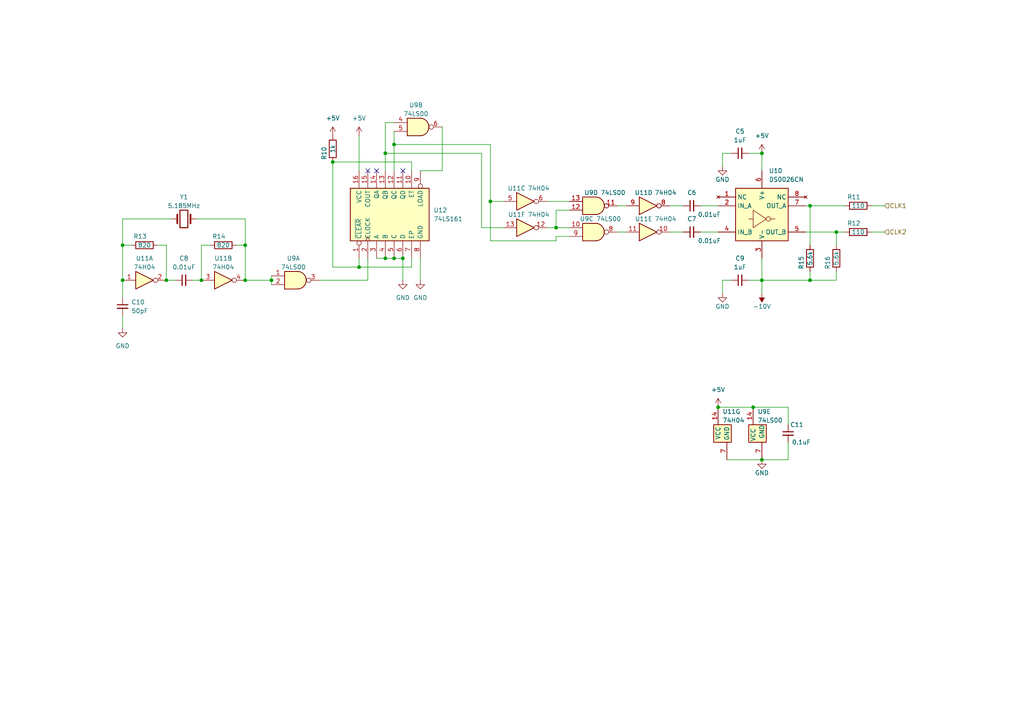
<source format=kicad_sch>
(kicad_sch (version 20211123) (generator eeschema)

  (uuid e17c71f1-4021-4aa2-97c5-79517cc19b47)

  (paper "A4")

  (lib_symbols
    (symbol "000_MyLibrary:74H04" (in_bom yes) (on_board yes)
      (property "Reference" "U" (id 0) (at 0 2.54 0)
        (effects (font (size 1.27 1.27)))
      )
      (property "Value" "74H04" (id 1) (at 1.27 -2.54 0)
        (effects (font (size 1.27 1.27)))
      )
      (property "Footprint" "Package_DIP:DIP-14_W7.62mm" (id 2) (at 0 0 0)
        (effects (font (size 1.27 1.27)) hide)
      )
      (property "Datasheet" "http://www.ti.com/lit/gpn/sn74LS04" (id 3) (at 0 -3.81 0)
        (effects (font (size 1.27 1.27)) hide)
      )
      (property "ki_locked" "" (id 4) (at 0 0 0)
        (effects (font (size 1.27 1.27)))
      )
      (property "ki_keywords" "TTL not inv" (id 5) (at 0 0 0)
        (effects (font (size 1.27 1.27)) hide)
      )
      (property "ki_description" "Hex Inverter" (id 6) (at 0 0 0)
        (effects (font (size 1.27 1.27)) hide)
      )
      (property "ki_fp_filters" "DIP*W7.62mm* SSOP?14* TSSOP?14*" (id 7) (at 0 0 0)
        (effects (font (size 1.27 1.27)) hide)
      )
      (symbol "74H04_1_0"
        (polyline
          (pts
            (xy -2.54 2.54)
            (xy -2.54 -2.54)
            (xy 2.54 0)
            (xy -2.54 2.54)
          )
          (stroke (width 0.254) (type default) (color 0 0 0 0))
          (fill (type background))
        )
        (pin input line (at -6.35 0 0) (length 3.81)
          (name "~" (effects (font (size 1.27 1.27))))
          (number "1" (effects (font (size 1.27 1.27))))
        )
        (pin output inverted (at 6.35 0 180) (length 3.81)
          (name "~" (effects (font (size 1.27 1.27))))
          (number "2" (effects (font (size 1.27 1.27))))
        )
      )
      (symbol "74H04_2_0"
        (polyline
          (pts
            (xy -2.54 2.54)
            (xy -2.54 -2.54)
            (xy 2.54 0)
            (xy -2.54 2.54)
          )
          (stroke (width 0.254) (type default) (color 0 0 0 0))
          (fill (type background))
        )
        (pin input line (at -6.35 0 0) (length 3.81)
          (name "~" (effects (font (size 1.27 1.27))))
          (number "3" (effects (font (size 1.27 1.27))))
        )
        (pin output inverted (at 6.35 0 180) (length 3.81)
          (name "~" (effects (font (size 1.27 1.27))))
          (number "4" (effects (font (size 1.27 1.27))))
        )
      )
      (symbol "74H04_3_0"
        (polyline
          (pts
            (xy -2.54 2.54)
            (xy -2.54 -2.54)
            (xy 2.54 0)
            (xy -2.54 2.54)
          )
          (stroke (width 0.254) (type default) (color 0 0 0 0))
          (fill (type background))
        )
        (pin input line (at -6.35 0 0) (length 3.81)
          (name "~" (effects (font (size 1.27 1.27))))
          (number "5" (effects (font (size 1.27 1.27))))
        )
        (pin output inverted (at 6.35 0 180) (length 3.81)
          (name "~" (effects (font (size 1.27 1.27))))
          (number "6" (effects (font (size 1.27 1.27))))
        )
      )
      (symbol "74H04_4_0"
        (polyline
          (pts
            (xy -2.54 2.54)
            (xy -2.54 -2.54)
            (xy 2.54 0)
            (xy -2.54 2.54)
          )
          (stroke (width 0.254) (type default) (color 0 0 0 0))
          (fill (type background))
        )
        (pin output inverted (at 6.35 0 180) (length 3.81)
          (name "~" (effects (font (size 1.27 1.27))))
          (number "8" (effects (font (size 1.27 1.27))))
        )
        (pin input line (at -6.35 0 0) (length 3.81)
          (name "~" (effects (font (size 1.27 1.27))))
          (number "9" (effects (font (size 1.27 1.27))))
        )
      )
      (symbol "74H04_5_0"
        (polyline
          (pts
            (xy -2.54 2.54)
            (xy -2.54 -2.54)
            (xy 2.54 0)
            (xy -2.54 2.54)
          )
          (stroke (width 0.254) (type default) (color 0 0 0 0))
          (fill (type background))
        )
        (pin output inverted (at 6.35 0 180) (length 3.81)
          (name "~" (effects (font (size 1.27 1.27))))
          (number "10" (effects (font (size 1.27 1.27))))
        )
        (pin input line (at -6.35 0 0) (length 3.81)
          (name "~" (effects (font (size 1.27 1.27))))
          (number "11" (effects (font (size 1.27 1.27))))
        )
      )
      (symbol "74H04_6_0"
        (polyline
          (pts
            (xy -2.54 2.54)
            (xy -2.54 -2.54)
            (xy 2.54 0)
            (xy -2.54 2.54)
          )
          (stroke (width 0.254) (type default) (color 0 0 0 0))
          (fill (type background))
        )
        (pin output inverted (at 6.35 0 180) (length 3.81)
          (name "~" (effects (font (size 1.27 1.27))))
          (number "12" (effects (font (size 1.27 1.27))))
        )
        (pin input line (at -6.35 0 0) (length 3.81)
          (name "~" (effects (font (size 1.27 1.27))))
          (number "13" (effects (font (size 1.27 1.27))))
        )
      )
      (symbol "74H04_7_0"
        (pin power_in line (at -1.27 7.62 270) (length 5.08)
          (name "VCC" (effects (font (size 1.27 1.27))))
          (number "14" (effects (font (size 1.27 1.27))))
        )
        (pin power_in line (at 1.27 -7.62 90) (length 5.08)
          (name "GND" (effects (font (size 1.27 1.27))))
          (number "7" (effects (font (size 1.27 1.27))))
        )
      )
      (symbol "74H04_7_1"
        (rectangle (start -2.54 2.54) (end 2.54 -2.54)
          (stroke (width 0.254) (type default) (color 0 0 0 0))
          (fill (type background))
        )
      )
    )
    (symbol "000_MyLibrary:74LS00" (pin_names (offset 1.016)) (in_bom yes) (on_board yes)
      (property "Reference" "U" (id 0) (at -1.27 6.35 0)
        (effects (font (size 1.27 1.27)))
      )
      (property "Value" "74LS00" (id 1) (at 1.27 3.81 0)
        (effects (font (size 1.27 1.27)))
      )
      (property "Footprint" "" (id 2) (at -2.286 0 0)
        (effects (font (size 1.27 1.27)) hide)
      )
      (property "Datasheet" "http://www.ti.com/lit/gpn/sn74ls00" (id 3) (at -1.27 -5.08 0)
        (effects (font (size 1.27 1.27)) hide)
      )
      (property "ki_locked" "" (id 4) (at 0 0 0)
        (effects (font (size 1.27 1.27)))
      )
      (property "ki_keywords" "TTL nand 2-input" (id 5) (at 0 0 0)
        (effects (font (size 1.27 1.27)) hide)
      )
      (property "ki_description" "quad 2-input NAND gate" (id 6) (at 0 0 0)
        (effects (font (size 1.27 1.27)) hide)
      )
      (property "ki_fp_filters" "DIP*W7.62mm* SO14*" (id 7) (at 0 0 0)
        (effects (font (size 1.27 1.27)) hide)
      )
      (symbol "74LS00_1_1"
        (arc (start 0 -2.54) (mid 2.4571 0) (end 0 2.54)
          (stroke (width 0.254) (type default) (color 0 0 0 0))
          (fill (type background))
        )
        (polyline
          (pts
            (xy 0 2.54)
            (xy -3.81 2.54)
            (xy -3.81 -2.54)
            (xy 0 -2.54)
          )
          (stroke (width 0.254) (type default) (color 0 0 0 0))
          (fill (type background))
        )
        (pin input line (at -7.62 1.27 0) (length 3.81)
          (name "~" (effects (font (size 1.27 1.27))))
          (number "1" (effects (font (size 1.27 1.27))))
        )
        (pin input line (at -7.62 -1.27 0) (length 3.81)
          (name "~" (effects (font (size 1.27 1.27))))
          (number "2" (effects (font (size 1.27 1.27))))
        )
        (pin output inverted (at 6.35 0 180) (length 3.81)
          (name "~" (effects (font (size 1.27 1.27))))
          (number "3" (effects (font (size 1.27 1.27))))
        )
      )
      (symbol "74LS00_1_2"
        (arc (start -3.81 -2.54) (mid -2.964 0) (end -3.81 2.54)
          (stroke (width 0.254) (type default) (color 0 0 0 0))
          (fill (type none))
        )
        (arc (start -2.286 2.54) (mid -4.4459 -7.4183) (end 2.54 0)
          (stroke (width 0.254) (type default) (color 0 0 0 0))
          (fill (type background))
        )
        (arc (start -2.032 -2.54) (mid 0.6219 -1.9322) (end 2.54 0)
          (stroke (width 0.254) (type default) (color 0 0 0 0))
          (fill (type background))
        )
        (polyline
          (pts
            (xy -3.81 -2.54)
            (xy -2.032 -2.54)
          )
          (stroke (width 0.254) (type default) (color 0 0 0 0))
          (fill (type none))
        )
        (polyline
          (pts
            (xy -3.81 2.54)
            (xy -2.032 2.54)
          )
          (stroke (width 0.254) (type default) (color 0 0 0 0))
          (fill (type none))
        )
        (polyline
          (pts
            (xy -1.27 2.54)
            (xy -3.81 2.54)
            (xy -3.175 1.27)
            (xy -2.794 0)
            (xy -3.175 -1.27)
            (xy -3.81 -2.54)
            (xy -1.27 -2.54)
          )
          (stroke (width -25.4) (type default) (color 0 0 0 0))
          (fill (type background))
        )
        (pin input inverted (at -7.62 1.27 0) (length 4.318)
          (name "~" (effects (font (size 1.27 1.27))))
          (number "1" (effects (font (size 1.27 1.27))))
        )
        (pin input inverted (at -7.62 -1.27 0) (length 4.318)
          (name "~" (effects (font (size 1.27 1.27))))
          (number "2" (effects (font (size 1.27 1.27))))
        )
        (pin output line (at 6.35 0 180) (length 3.81)
          (name "~" (effects (font (size 1.27 1.27))))
          (number "3" (effects (font (size 1.27 1.27))))
        )
      )
      (symbol "74LS00_2_1"
        (arc (start 0 -2.54) (mid 2.4571 0) (end 0 2.54)
          (stroke (width 0.254) (type default) (color 0 0 0 0))
          (fill (type background))
        )
        (polyline
          (pts
            (xy 0 2.54)
            (xy -3.81 2.54)
            (xy -3.81 -2.54)
            (xy 0 -2.54)
          )
          (stroke (width 0.254) (type default) (color 0 0 0 0))
          (fill (type background))
        )
        (pin input line (at -7.62 1.27 0) (length 3.81)
          (name "~" (effects (font (size 1.27 1.27))))
          (number "4" (effects (font (size 1.27 1.27))))
        )
        (pin input line (at -7.62 -1.27 0) (length 3.81)
          (name "~" (effects (font (size 1.27 1.27))))
          (number "5" (effects (font (size 1.27 1.27))))
        )
        (pin output inverted (at 6.35 0 180) (length 3.81)
          (name "~" (effects (font (size 1.27 1.27))))
          (number "6" (effects (font (size 1.27 1.27))))
        )
      )
      (symbol "74LS00_2_2"
        (arc (start -3.722 -2.54) (mid -2.876 0) (end -3.722 2.54)
          (stroke (width 0.254) (type default) (color 0 0 0 0))
          (fill (type none))
        )
        (arc (start -2.198 2.54) (mid -4.3577 -7.4184) (end 2.628 0)
          (stroke (width 0.254) (type default) (color 0 0 0 0))
          (fill (type background))
        )
        (arc (start -1.944 -2.54) (mid 0.7099 -1.9322) (end 2.628 0)
          (stroke (width 0.254) (type default) (color 0 0 0 0))
          (fill (type background))
        )
        (polyline
          (pts
            (xy -3.722 -2.54)
            (xy -1.944 -2.54)
          )
          (stroke (width 0.254) (type default) (color 0 0 0 0))
          (fill (type none))
        )
        (polyline
          (pts
            (xy -3.722 2.54)
            (xy -1.944 2.54)
          )
          (stroke (width 0.254) (type default) (color 0 0 0 0))
          (fill (type none))
        )
        (polyline
          (pts
            (xy -1.182 2.54)
            (xy -3.722 2.54)
            (xy -3.087 1.27)
            (xy -2.706 0)
            (xy -3.087 -1.27)
            (xy -3.722 -2.54)
            (xy -1.182 -2.54)
          )
          (stroke (width -25.4) (type default) (color 0 0 0 0))
          (fill (type background))
        )
        (pin input inverted (at -7.62 1.27 0) (length 4.318)
          (name "~" (effects (font (size 1.27 1.27))))
          (number "4" (effects (font (size 1.27 1.27))))
        )
        (pin input inverted (at -7.62 -1.27 0) (length 4.318)
          (name "~" (effects (font (size 1.27 1.27))))
          (number "5" (effects (font (size 1.27 1.27))))
        )
        (pin output line (at 6.35 0 180) (length 3.81)
          (name "~" (effects (font (size 1.27 1.27))))
          (number "6" (effects (font (size 1.27 1.27))))
        )
      )
      (symbol "74LS00_3_1"
        (polyline
          (pts
            (xy 0.0843 2.54)
            (xy -3.7257 2.54)
            (xy -3.7257 -2.54)
            (xy 0.0843 -2.54)
          )
          (stroke (width 0.254) (type default) (color 0 0 0 0))
          (fill (type background))
        )
        (arc (start 0.0843 -2.54) (mid 2.5414 0) (end 0.0843 2.54)
          (stroke (width 0.254) (type default) (color 0 0 0 0))
          (fill (type background))
        )
        (pin input line (at -7.62 -1.27 0) (length 3.81)
          (name "~" (effects (font (size 1.27 1.27))))
          (number "10" (effects (font (size 1.27 1.27))))
        )
        (pin output inverted (at 6.35 0 180) (length 3.81)
          (name "~" (effects (font (size 1.27 1.27))))
          (number "8" (effects (font (size 1.27 1.27))))
        )
        (pin input line (at -7.62 1.27 0) (length 3.81)
          (name "~" (effects (font (size 1.27 1.27))))
          (number "9" (effects (font (size 1.27 1.27))))
        )
      )
      (symbol "74LS00_3_2"
        (arc (start -3.722 -2.54) (mid -2.876 0) (end -3.722 2.54)
          (stroke (width 0.254) (type default) (color 0 0 0 0))
          (fill (type none))
        )
        (arc (start -2.198 2.54) (mid -4.3577 -7.4184) (end 2.628 0)
          (stroke (width 0.254) (type default) (color 0 0 0 0))
          (fill (type background))
        )
        (arc (start -1.944 -2.54) (mid 0.7099 -1.9322) (end 2.628 0)
          (stroke (width 0.254) (type default) (color 0 0 0 0))
          (fill (type background))
        )
        (polyline
          (pts
            (xy -3.722 -2.54)
            (xy -1.944 -2.54)
          )
          (stroke (width 0.254) (type default) (color 0 0 0 0))
          (fill (type none))
        )
        (polyline
          (pts
            (xy -3.722 2.54)
            (xy -1.944 2.54)
          )
          (stroke (width 0.254) (type default) (color 0 0 0 0))
          (fill (type none))
        )
        (polyline
          (pts
            (xy -1.182 2.54)
            (xy -3.722 2.54)
            (xy -3.087 1.27)
            (xy -2.706 0)
            (xy -3.087 -1.27)
            (xy -3.722 -2.54)
            (xy -1.182 -2.54)
          )
          (stroke (width -25.4) (type default) (color 0 0 0 0))
          (fill (type background))
        )
        (pin input inverted (at -7.62 -1.27 0) (length 4.318)
          (name "~" (effects (font (size 1.27 1.27))))
          (number "10" (effects (font (size 1.27 1.27))))
        )
        (pin output line (at 6.35 0 180) (length 3.81)
          (name "~" (effects (font (size 1.27 1.27))))
          (number "8" (effects (font (size 1.27 1.27))))
        )
        (pin input inverted (at -7.62 1.27 0) (length 4.318)
          (name "~" (effects (font (size 1.27 1.27))))
          (number "9" (effects (font (size 1.27 1.27))))
        )
      )
      (symbol "74LS00_4_1"
        (polyline
          (pts
            (xy 0.0843 2.54)
            (xy -3.7257 2.54)
            (xy -3.7257 -2.54)
            (xy 0.0843 -2.54)
          )
          (stroke (width 0.254) (type default) (color 0 0 0 0))
          (fill (type background))
        )
        (arc (start 0.0843 -2.54) (mid 2.5414 0) (end 0.0843 2.54)
          (stroke (width 0.254) (type default) (color 0 0 0 0))
          (fill (type background))
        )
        (pin output inverted (at 6.35 0 180) (length 3.81)
          (name "~" (effects (font (size 1.27 1.27))))
          (number "11" (effects (font (size 1.27 1.27))))
        )
        (pin input line (at -7.62 1.27 0) (length 3.81)
          (name "~" (effects (font (size 1.27 1.27))))
          (number "12" (effects (font (size 1.27 1.27))))
        )
        (pin input line (at -7.62 -1.27 0) (length 3.81)
          (name "~" (effects (font (size 1.27 1.27))))
          (number "13" (effects (font (size 1.27 1.27))))
        )
      )
      (symbol "74LS00_4_2"
        (arc (start -3.722 -2.54) (mid -2.876 0) (end -3.722 2.54)
          (stroke (width 0.254) (type default) (color 0 0 0 0))
          (fill (type none))
        )
        (arc (start -2.198 2.54) (mid -4.3577 -7.4184) (end 2.628 0)
          (stroke (width 0.254) (type default) (color 0 0 0 0))
          (fill (type background))
        )
        (arc (start -1.944 -2.54) (mid 0.7099 -1.9322) (end 2.628 0)
          (stroke (width 0.254) (type default) (color 0 0 0 0))
          (fill (type background))
        )
        (polyline
          (pts
            (xy -3.722 -2.54)
            (xy -1.944 -2.54)
          )
          (stroke (width 0.254) (type default) (color 0 0 0 0))
          (fill (type none))
        )
        (polyline
          (pts
            (xy -3.722 2.54)
            (xy -1.944 2.54)
          )
          (stroke (width 0.254) (type default) (color 0 0 0 0))
          (fill (type none))
        )
        (polyline
          (pts
            (xy -1.182 2.54)
            (xy -3.722 2.54)
            (xy -3.087 1.27)
            (xy -2.706 0)
            (xy -3.087 -1.27)
            (xy -3.722 -2.54)
            (xy -1.182 -2.54)
          )
          (stroke (width -25.4) (type default) (color 0 0 0 0))
          (fill (type background))
        )
        (pin output line (at 6.35 0 180) (length 3.81)
          (name "~" (effects (font (size 1.27 1.27))))
          (number "11" (effects (font (size 1.27 1.27))))
        )
        (pin input inverted (at -7.62 1.27 0) (length 4.318)
          (name "~" (effects (font (size 1.27 1.27))))
          (number "12" (effects (font (size 1.27 1.27))))
        )
        (pin input inverted (at -7.62 -1.27 0) (length 4.318)
          (name "~" (effects (font (size 1.27 1.27))))
          (number "13" (effects (font (size 1.27 1.27))))
        )
      )
      (symbol "74LS00_5_0"
        (pin power_in line (at -1.27 7.62 270) (length 5.08)
          (name "VCC" (effects (font (size 1.27 1.27))))
          (number "14" (effects (font (size 1.27 1.27))))
        )
        (pin power_in line (at 1.27 -7.62 90) (length 5.08)
          (name "GND" (effects (font (size 1.27 1.27))))
          (number "7" (effects (font (size 1.27 1.27))))
        )
      )
      (symbol "74LS00_5_1"
        (rectangle (start -2.54 2.54) (end 2.54 -2.54)
          (stroke (width 0.254) (type default) (color 0 0 0 0))
          (fill (type background))
        )
      )
    )
    (symbol "000_MyLibrary:74LS161" (in_bom yes) (on_board yes)
      (property "Reference" "U" (id 0) (at -6.35 13.97 0)
        (effects (font (size 1.27 1.27)))
      )
      (property "Value" "74LS161" (id 1) (at 0 11.43 0)
        (effects (font (size 1.27 1.27)))
      )
      (property "Footprint" "Package_DIP:DIP-16_W7.62mm" (id 2) (at 0 -13.97 0)
        (effects (font (size 1.27 1.27)) hide)
      )
      (property "Datasheet" "" (id 3) (at -7.62 10.16 0)
        (effects (font (size 1.27 1.27)) hide)
      )
      (property "ki_keywords" "TTL Counter" (id 4) (at 0 0 0)
        (effects (font (size 1.27 1.27)) hide)
      )
      (property "ki_description" "synchronous presettable 4-bit binary counter, asynchronous clear" (id 5) (at 0 0 0)
        (effects (font (size 1.27 1.27)) hide)
      )
      (property "ki_fp_filters" "DIP*W7.62mm* SOP*7.0x12.5mm*P1.27mm* SSOP*4.4x6.5mm*P0.65mm* SOIC*7.5x11.6mm*P1.27mm*" (id 6) (at 0 0 0)
        (effects (font (size 1.27 1.27)) hide)
      )
      (symbol "74LS161_0_1"
        (rectangle (start -7.62 10.16) (end 7.62 -12.7)
          (stroke (width 0.254) (type default) (color 0 0 0 0))
          (fill (type background))
        )
      )
      (symbol "74LS161_1_1"
        (pin input inverted (at -12.7 7.62 0) (length 5.08)
          (name "~{CLEAR}" (effects (font (size 1.27 1.27))))
          (number "1" (effects (font (size 1.27 1.27))))
        )
        (pin input line (at 12.7 -7.62 180) (length 5.08)
          (name "ET" (effects (font (size 1.27 1.27))))
          (number "10" (effects (font (size 1.27 1.27))))
        )
        (pin output line (at 12.7 -5.08 180) (length 5.08)
          (name "QD" (effects (font (size 1.27 1.27))))
          (number "11" (effects (font (size 1.27 1.27))))
        )
        (pin output line (at 12.7 -2.54 180) (length 5.08)
          (name "QC" (effects (font (size 1.27 1.27))))
          (number "12" (effects (font (size 1.27 1.27))))
        )
        (pin output line (at 12.7 0 180) (length 5.08)
          (name "QB" (effects (font (size 1.27 1.27))))
          (number "13" (effects (font (size 1.27 1.27))))
        )
        (pin output line (at 12.7 2.54 180) (length 5.08)
          (name "QA" (effects (font (size 1.27 1.27))))
          (number "14" (effects (font (size 1.27 1.27))))
        )
        (pin output line (at 12.7 5.08 180) (length 5.08)
          (name "COUT" (effects (font (size 1.27 1.27))))
          (number "15" (effects (font (size 1.27 1.27))))
        )
        (pin power_in line (at 12.7 7.62 180) (length 5.08)
          (name "VCC" (effects (font (size 1.27 1.27))))
          (number "16" (effects (font (size 1.27 1.27))))
        )
        (pin input clock (at -12.7 5.08 0) (length 5.08)
          (name "CLOCK" (effects (font (size 1.27 1.27))))
          (number "2" (effects (font (size 1.27 1.27))))
        )
        (pin input line (at -12.7 2.54 0) (length 5.08)
          (name "A" (effects (font (size 1.27 1.27))))
          (number "3" (effects (font (size 1.27 1.27))))
        )
        (pin input line (at -12.7 0 0) (length 5.08)
          (name "B" (effects (font (size 1.27 1.27))))
          (number "4" (effects (font (size 1.27 1.27))))
        )
        (pin input line (at -12.7 -2.54 0) (length 5.08)
          (name "C" (effects (font (size 1.27 1.27))))
          (number "5" (effects (font (size 1.27 1.27))))
        )
        (pin input line (at -12.7 -5.08 0) (length 5.08)
          (name "D" (effects (font (size 1.27 1.27))))
          (number "6" (effects (font (size 1.27 1.27))))
        )
        (pin input line (at -12.7 -7.62 0) (length 5.08)
          (name "EP" (effects (font (size 1.27 1.27))))
          (number "7" (effects (font (size 1.27 1.27))))
        )
        (pin power_in line (at -12.7 -10.16 0) (length 5.08)
          (name "GND" (effects (font (size 1.27 1.27))))
          (number "8" (effects (font (size 1.27 1.27))))
        )
        (pin input inverted (at 12.7 -10.16 180) (length 5.08)
          (name "LOAD" (effects (font (size 1.27 1.27))))
          (number "9" (effects (font (size 1.27 1.27))))
        )
      )
    )
    (symbol "000_MyLibrary:C_Small" (pin_numbers hide) (pin_names (offset 0.254) hide) (in_bom yes) (on_board yes)
      (property "Reference" "C" (id 0) (at 0.254 1.778 0)
        (effects (font (size 1.27 1.27)) (justify left))
      )
      (property "Value" "C_Small" (id 1) (at 0.254 -2.032 0)
        (effects (font (size 1.27 1.27)) (justify left))
      )
      (property "Footprint" "" (id 2) (at 0 0 0)
        (effects (font (size 1.27 1.27)) hide)
      )
      (property "Datasheet" "~" (id 3) (at 0 0 0)
        (effects (font (size 1.27 1.27)) hide)
      )
      (property "ki_keywords" "capacitor cap" (id 4) (at 0 0 0)
        (effects (font (size 1.27 1.27)) hide)
      )
      (property "ki_description" "Unpolarized capacitor, small symbol" (id 5) (at 0 0 0)
        (effects (font (size 1.27 1.27)) hide)
      )
      (property "ki_fp_filters" "C_*" (id 6) (at 0 0 0)
        (effects (font (size 1.27 1.27)) hide)
      )
      (symbol "C_Small_0_1"
        (polyline
          (pts
            (xy -1.524 -0.508)
            (xy 1.524 -0.508)
          )
          (stroke (width 0.3302) (type default) (color 0 0 0 0))
          (fill (type none))
        )
        (polyline
          (pts
            (xy -1.524 0.508)
            (xy 1.524 0.508)
          )
          (stroke (width 0.3048) (type default) (color 0 0 0 0))
          (fill (type none))
        )
      )
      (symbol "C_Small_1_1"
        (pin passive line (at 0 2.54 270) (length 2.032)
          (name "~" (effects (font (size 1.27 1.27))))
          (number "1" (effects (font (size 1.27 1.27))))
        )
        (pin passive line (at 0 -2.54 90) (length 2.032)
          (name "~" (effects (font (size 1.27 1.27))))
          (number "2" (effects (font (size 1.27 1.27))))
        )
      )
    )
    (symbol "000_MyLibrary:Crystal" (pin_numbers hide) (pin_names (offset 1.016) hide) (in_bom yes) (on_board yes)
      (property "Reference" "Y" (id 0) (at 0 3.81 0)
        (effects (font (size 1.27 1.27)))
      )
      (property "Value" "Crystal" (id 1) (at 0 -3.81 0)
        (effects (font (size 1.27 1.27)))
      )
      (property "Footprint" "" (id 2) (at 0 0 0)
        (effects (font (size 1.27 1.27)) hide)
      )
      (property "Datasheet" "~" (id 3) (at 0 0 0)
        (effects (font (size 1.27 1.27)) hide)
      )
      (property "ki_keywords" "quartz ceramic resonator oscillator" (id 4) (at 0 0 0)
        (effects (font (size 1.27 1.27)) hide)
      )
      (property "ki_description" "Two pin crystal" (id 5) (at 0 0 0)
        (effects (font (size 1.27 1.27)) hide)
      )
      (property "ki_fp_filters" "Crystal*" (id 6) (at 0 0 0)
        (effects (font (size 1.27 1.27)) hide)
      )
      (symbol "Crystal_0_1"
        (rectangle (start -1.143 2.54) (end 1.143 -2.54)
          (stroke (width 0.3048) (type default) (color 0 0 0 0))
          (fill (type none))
        )
        (polyline
          (pts
            (xy -2.54 0)
            (xy -1.905 0)
          )
          (stroke (width 0) (type default) (color 0 0 0 0))
          (fill (type none))
        )
        (polyline
          (pts
            (xy -1.905 -1.27)
            (xy -1.905 1.27)
          )
          (stroke (width 0.508) (type default) (color 0 0 0 0))
          (fill (type none))
        )
        (polyline
          (pts
            (xy 1.905 -1.27)
            (xy 1.905 1.27)
          )
          (stroke (width 0.508) (type default) (color 0 0 0 0))
          (fill (type none))
        )
        (polyline
          (pts
            (xy 2.54 0)
            (xy 1.905 0)
          )
          (stroke (width 0) (type default) (color 0 0 0 0))
          (fill (type none))
        )
      )
      (symbol "Crystal_1_1"
        (pin passive line (at -3.81 0 0) (length 1.27)
          (name "1" (effects (font (size 1.27 1.27))))
          (number "1" (effects (font (size 1.27 1.27))))
        )
        (pin passive line (at 3.81 0 180) (length 1.27)
          (name "2" (effects (font (size 1.27 1.27))))
          (number "2" (effects (font (size 1.27 1.27))))
        )
      )
    )
    (symbol "000_MyLibrary:DS0026CN" (in_bom yes) (on_board yes)
      (property "Reference" "U" (id 0) (at -7.62 -11.43 0)
        (effects (font (size 1.27 1.27)))
      )
      (property "Value" "DS0026CN" (id 1) (at 6.35 -11.43 0)
        (effects (font (size 1.27 1.27)))
      )
      (property "Footprint" "" (id 2) (at -13.97 -33.02 0)
        (effects (font (size 1.27 1.27)) hide)
      )
      (property "Datasheet" "" (id 3) (at -13.97 -33.02 0)
        (effects (font (size 1.27 1.27)) hide)
      )
      (symbol "DS0026CN_0_1"
        (circle (center 1.905 -21.59) (radius 0.6373)
          (stroke (width 0) (type default) (color 0 0 0 0))
          (fill (type none))
        )
      )
      (symbol "DS0026CN_1_0"
        (pin no_connect line (at -12.7 -15.24 0) (length 5.08)
          (name "NC" (effects (font (size 1.27 1.27))))
          (number "1" (effects (font (size 1.27 1.27))))
        )
        (pin input line (at -12.7 -17.78 0) (length 5.08)
          (name "IN_A" (effects (font (size 1.27 1.27))))
          (number "2" (effects (font (size 1.27 1.27))))
        )
        (pin power_in line (at 0 -33.02 90) (length 5.08)
          (name "V-" (effects (font (size 1.27 1.27))))
          (number "3" (effects (font (size 1.27 1.27))))
        )
        (pin input line (at -12.7 -25.4 0) (length 5.08)
          (name "IN_B" (effects (font (size 1.27 1.27))))
          (number "4" (effects (font (size 1.27 1.27))))
        )
        (pin output line (at 12.7 -25.4 180) (length 5.08)
          (name "OUT_B" (effects (font (size 1.27 1.27))))
          (number "5" (effects (font (size 1.27 1.27))))
        )
        (pin power_in line (at 0 -7.62 270) (length 5.08)
          (name "V+" (effects (font (size 1.27 1.27))))
          (number "6" (effects (font (size 1.27 1.27))))
        )
        (pin output line (at 12.7 -17.78 180) (length 5.08)
          (name "OUT_A" (effects (font (size 1.27 1.27))))
          (number "7" (effects (font (size 1.27 1.27))))
        )
        (pin no_connect line (at 12.7 -15.24 180) (length 5.08)
          (name "NC" (effects (font (size 1.27 1.27))))
          (number "8" (effects (font (size 1.27 1.27))))
        )
      )
      (symbol "DS0026CN_1_1"
        (rectangle (start -7.62 -12.7) (end 7.62 -27.94)
          (stroke (width 0.254) (type default) (color 0 0 0 0))
          (fill (type background))
        )
        (polyline
          (pts
            (xy -2.54 -21.59)
            (xy -3.81 -21.59)
          )
          (stroke (width 0) (type default) (color 0 0 0 0))
          (fill (type none))
        )
        (polyline
          (pts
            (xy 2.54 -21.59)
            (xy 3.81 -21.59)
          )
          (stroke (width 0) (type default) (color 0 0 0 0))
          (fill (type none))
        )
        (polyline
          (pts
            (xy 1.27 -21.59)
            (xy -2.54 -19.05)
            (xy -2.54 -24.13)
            (xy 1.27 -21.59)
          )
          (stroke (width 0) (type default) (color 0 0 0 0))
          (fill (type none))
        )
      )
    )
    (symbol "000_MyLibrary:R" (pin_numbers hide) (pin_names (offset 0)) (in_bom yes) (on_board yes)
      (property "Reference" "R" (id 0) (at 2.032 0 90)
        (effects (font (size 1.27 1.27)))
      )
      (property "Value" "R" (id 1) (at 0 0 90)
        (effects (font (size 1.27 1.27)))
      )
      (property "Footprint" "" (id 2) (at -1.778 0 90)
        (effects (font (size 1.27 1.27)) hide)
      )
      (property "Datasheet" "~" (id 3) (at 0 0 0)
        (effects (font (size 1.27 1.27)) hide)
      )
      (property "ki_keywords" "R res resistor" (id 4) (at 0 0 0)
        (effects (font (size 1.27 1.27)) hide)
      )
      (property "ki_description" "Resistor" (id 5) (at 0 0 0)
        (effects (font (size 1.27 1.27)) hide)
      )
      (property "ki_fp_filters" "R_*" (id 6) (at 0 0 0)
        (effects (font (size 1.27 1.27)) hide)
      )
      (symbol "R_0_1"
        (rectangle (start -1.016 -2.54) (end 1.016 2.54)
          (stroke (width 0.254) (type default) (color 0 0 0 0))
          (fill (type none))
        )
      )
      (symbol "R_1_1"
        (pin passive line (at 0 3.81 270) (length 1.27)
          (name "~" (effects (font (size 1.27 1.27))))
          (number "1" (effects (font (size 1.27 1.27))))
        )
        (pin passive line (at 0 -3.81 90) (length 1.27)
          (name "~" (effects (font (size 1.27 1.27))))
          (number "2" (effects (font (size 1.27 1.27))))
        )
      )
    )
    (symbol "74LS00_1" (pin_names (offset 1.016)) (in_bom yes) (on_board yes)
      (property "Reference" "U" (id 0) (at -1.27 6.35 0)
        (effects (font (size 1.27 1.27)))
      )
      (property "Value" "74LS00_1" (id 1) (at 1.27 3.81 0)
        (effects (font (size 1.27 1.27)))
      )
      (property "Footprint" "" (id 2) (at -2.286 0 0)
        (effects (font (size 1.27 1.27)) hide)
      )
      (property "Datasheet" "http://www.ti.com/lit/gpn/sn74ls00" (id 3) (at -1.27 -5.08 0)
        (effects (font (size 1.27 1.27)) hide)
      )
      (property "ki_locked" "" (id 4) (at 0 0 0)
        (effects (font (size 1.27 1.27)))
      )
      (property "ki_keywords" "TTL nand 2-input" (id 5) (at 0 0 0)
        (effects (font (size 1.27 1.27)) hide)
      )
      (property "ki_description" "quad 2-input NAND gate" (id 6) (at 0 0 0)
        (effects (font (size 1.27 1.27)) hide)
      )
      (property "ki_fp_filters" "DIP*W7.62mm* SO14*" (id 7) (at 0 0 0)
        (effects (font (size 1.27 1.27)) hide)
      )
      (symbol "74LS00_1_1_1"
        (arc (start 0 -2.54) (mid 2.4571 0) (end 0 2.54)
          (stroke (width 0.254) (type default) (color 0 0 0 0))
          (fill (type background))
        )
        (polyline
          (pts
            (xy 0 2.54)
            (xy -3.81 2.54)
            (xy -3.81 -2.54)
            (xy 0 -2.54)
          )
          (stroke (width 0.254) (type default) (color 0 0 0 0))
          (fill (type background))
        )
        (pin input line (at -7.62 1.27 0) (length 3.81)
          (name "~" (effects (font (size 1.27 1.27))))
          (number "1" (effects (font (size 1.27 1.27))))
        )
        (pin input line (at -7.62 -1.27 0) (length 3.81)
          (name "~" (effects (font (size 1.27 1.27))))
          (number "2" (effects (font (size 1.27 1.27))))
        )
        (pin output inverted (at 6.35 0 180) (length 3.81)
          (name "~" (effects (font (size 1.27 1.27))))
          (number "3" (effects (font (size 1.27 1.27))))
        )
      )
      (symbol "74LS00_1_1_2"
        (arc (start -3.81 -2.54) (mid -2.964 0) (end -3.81 2.54)
          (stroke (width 0.254) (type default) (color 0 0 0 0))
          (fill (type none))
        )
        (arc (start -2.286 2.54) (mid -4.4459 -7.4183) (end 2.54 0)
          (stroke (width 0.254) (type default) (color 0 0 0 0))
          (fill (type background))
        )
        (arc (start -2.032 -2.54) (mid 0.6219 -1.9322) (end 2.54 0)
          (stroke (width 0.254) (type default) (color 0 0 0 0))
          (fill (type background))
        )
        (polyline
          (pts
            (xy -3.81 -2.54)
            (xy -2.032 -2.54)
          )
          (stroke (width 0.254) (type default) (color 0 0 0 0))
          (fill (type none))
        )
        (polyline
          (pts
            (xy -3.81 2.54)
            (xy -2.032 2.54)
          )
          (stroke (width 0.254) (type default) (color 0 0 0 0))
          (fill (type none))
        )
        (polyline
          (pts
            (xy -1.27 2.54)
            (xy -3.81 2.54)
            (xy -3.175 1.27)
            (xy -2.794 0)
            (xy -3.175 -1.27)
            (xy -3.81 -2.54)
            (xy -1.27 -2.54)
          )
          (stroke (width -25.4) (type default) (color 0 0 0 0))
          (fill (type background))
        )
        (pin input inverted (at -7.62 1.27 0) (length 4.318)
          (name "~" (effects (font (size 1.27 1.27))))
          (number "1" (effects (font (size 1.27 1.27))))
        )
        (pin input inverted (at -7.62 -1.27 0) (length 4.318)
          (name "~" (effects (font (size 1.27 1.27))))
          (number "2" (effects (font (size 1.27 1.27))))
        )
        (pin output line (at 6.35 0 180) (length 3.81)
          (name "~" (effects (font (size 1.27 1.27))))
          (number "3" (effects (font (size 1.27 1.27))))
        )
      )
      (symbol "74LS00_1_2_1"
        (arc (start 0 -2.54) (mid 2.4571 0) (end 0 2.54)
          (stroke (width 0.254) (type default) (color 0 0 0 0))
          (fill (type background))
        )
        (polyline
          (pts
            (xy 0 2.54)
            (xy -3.81 2.54)
            (xy -3.81 -2.54)
            (xy 0 -2.54)
          )
          (stroke (width 0.254) (type default) (color 0 0 0 0))
          (fill (type background))
        )
        (pin input line (at -7.62 1.27 0) (length 3.81)
          (name "~" (effects (font (size 1.27 1.27))))
          (number "4" (effects (font (size 1.27 1.27))))
        )
        (pin input line (at -7.62 -1.27 0) (length 3.81)
          (name "~" (effects (font (size 1.27 1.27))))
          (number "5" (effects (font (size 1.27 1.27))))
        )
        (pin output inverted (at 6.35 0 180) (length 3.81)
          (name "~" (effects (font (size 1.27 1.27))))
          (number "6" (effects (font (size 1.27 1.27))))
        )
      )
      (symbol "74LS00_1_2_2"
        (arc (start -3.722 -2.54) (mid -2.876 0) (end -3.722 2.54)
          (stroke (width 0.254) (type default) (color 0 0 0 0))
          (fill (type none))
        )
        (arc (start -2.198 2.54) (mid -4.3577 -7.4184) (end 2.628 0)
          (stroke (width 0.254) (type default) (color 0 0 0 0))
          (fill (type background))
        )
        (arc (start -1.944 -2.54) (mid 0.7099 -1.9322) (end 2.628 0)
          (stroke (width 0.254) (type default) (color 0 0 0 0))
          (fill (type background))
        )
        (polyline
          (pts
            (xy -3.722 -2.54)
            (xy -1.944 -2.54)
          )
          (stroke (width 0.254) (type default) (color 0 0 0 0))
          (fill (type none))
        )
        (polyline
          (pts
            (xy -3.722 2.54)
            (xy -1.944 2.54)
          )
          (stroke (width 0.254) (type default) (color 0 0 0 0))
          (fill (type none))
        )
        (polyline
          (pts
            (xy -1.182 2.54)
            (xy -3.722 2.54)
            (xy -3.087 1.27)
            (xy -2.706 0)
            (xy -3.087 -1.27)
            (xy -3.722 -2.54)
            (xy -1.182 -2.54)
          )
          (stroke (width -25.4) (type default) (color 0 0 0 0))
          (fill (type background))
        )
        (pin input inverted (at -7.62 1.27 0) (length 4.318)
          (name "~" (effects (font (size 1.27 1.27))))
          (number "4" (effects (font (size 1.27 1.27))))
        )
        (pin input inverted (at -7.62 -1.27 0) (length 4.318)
          (name "~" (effects (font (size 1.27 1.27))))
          (number "5" (effects (font (size 1.27 1.27))))
        )
        (pin output line (at 6.35 0 180) (length 3.81)
          (name "~" (effects (font (size 1.27 1.27))))
          (number "6" (effects (font (size 1.27 1.27))))
        )
      )
      (symbol "74LS00_1_3_1"
        (polyline
          (pts
            (xy 0.0843 2.54)
            (xy -3.7257 2.54)
            (xy -3.7257 -2.54)
            (xy 0.0843 -2.54)
          )
          (stroke (width 0.254) (type default) (color 0 0 0 0))
          (fill (type background))
        )
        (arc (start 0.0843 -2.54) (mid 2.5414 0) (end 0.0843 2.54)
          (stroke (width 0.254) (type default) (color 0 0 0 0))
          (fill (type background))
        )
        (pin input line (at -7.62 -1.27 0) (length 3.81)
          (name "~" (effects (font (size 1.27 1.27))))
          (number "10" (effects (font (size 1.27 1.27))))
        )
        (pin output inverted (at 6.35 0 180) (length 3.81)
          (name "~" (effects (font (size 1.27 1.27))))
          (number "8" (effects (font (size 1.27 1.27))))
        )
        (pin input line (at -7.62 1.27 0) (length 3.81)
          (name "~" (effects (font (size 1.27 1.27))))
          (number "9" (effects (font (size 1.27 1.27))))
        )
      )
      (symbol "74LS00_1_3_2"
        (arc (start -3.722 -2.54) (mid -2.876 0) (end -3.722 2.54)
          (stroke (width 0.254) (type default) (color 0 0 0 0))
          (fill (type none))
        )
        (arc (start -2.198 2.54) (mid -4.3577 -7.4184) (end 2.628 0)
          (stroke (width 0.254) (type default) (color 0 0 0 0))
          (fill (type background))
        )
        (arc (start -1.944 -2.54) (mid 0.7099 -1.9322) (end 2.628 0)
          (stroke (width 0.254) (type default) (color 0 0 0 0))
          (fill (type background))
        )
        (polyline
          (pts
            (xy -3.722 -2.54)
            (xy -1.944 -2.54)
          )
          (stroke (width 0.254) (type default) (color 0 0 0 0))
          (fill (type none))
        )
        (polyline
          (pts
            (xy -3.722 2.54)
            (xy -1.944 2.54)
          )
          (stroke (width 0.254) (type default) (color 0 0 0 0))
          (fill (type none))
        )
        (polyline
          (pts
            (xy -1.182 2.54)
            (xy -3.722 2.54)
            (xy -3.087 1.27)
            (xy -2.706 0)
            (xy -3.087 -1.27)
            (xy -3.722 -2.54)
            (xy -1.182 -2.54)
          )
          (stroke (width -25.4) (type default) (color 0 0 0 0))
          (fill (type background))
        )
        (pin input inverted (at -7.62 -1.27 0) (length 4.318)
          (name "~" (effects (font (size 1.27 1.27))))
          (number "10" (effects (font (size 1.27 1.27))))
        )
        (pin output line (at 6.35 0 180) (length 3.81)
          (name "~" (effects (font (size 1.27 1.27))))
          (number "8" (effects (font (size 1.27 1.27))))
        )
        (pin input inverted (at -7.62 1.27 0) (length 4.318)
          (name "~" (effects (font (size 1.27 1.27))))
          (number "9" (effects (font (size 1.27 1.27))))
        )
      )
      (symbol "74LS00_1_4_1"
        (polyline
          (pts
            (xy 0.0843 2.54)
            (xy -3.7257 2.54)
            (xy -3.7257 -2.54)
            (xy 0.0843 -2.54)
          )
          (stroke (width 0.254) (type default) (color 0 0 0 0))
          (fill (type background))
        )
        (arc (start 0.0843 -2.54) (mid 2.5414 0) (end 0.0843 2.54)
          (stroke (width 0.254) (type default) (color 0 0 0 0))
          (fill (type background))
        )
        (pin output inverted (at 6.35 0 180) (length 3.81)
          (name "~" (effects (font (size 1.27 1.27))))
          (number "11" (effects (font (size 1.27 1.27))))
        )
        (pin input line (at -7.62 1.27 0) (length 3.81)
          (name "~" (effects (font (size 1.27 1.27))))
          (number "12" (effects (font (size 1.27 1.27))))
        )
        (pin input line (at -7.62 -1.27 0) (length 3.81)
          (name "~" (effects (font (size 1.27 1.27))))
          (number "13" (effects (font (size 1.27 1.27))))
        )
      )
      (symbol "74LS00_1_4_2"
        (arc (start -3.722 -2.54) (mid -2.876 0) (end -3.722 2.54)
          (stroke (width 0.254) (type default) (color 0 0 0 0))
          (fill (type none))
        )
        (arc (start -2.198 2.54) (mid -4.3577 -7.4184) (end 2.628 0)
          (stroke (width 0.254) (type default) (color 0 0 0 0))
          (fill (type background))
        )
        (arc (start -1.944 -2.54) (mid 0.7099 -1.9322) (end 2.628 0)
          (stroke (width 0.254) (type default) (color 0 0 0 0))
          (fill (type background))
        )
        (polyline
          (pts
            (xy -3.722 -2.54)
            (xy -1.944 -2.54)
          )
          (stroke (width 0.254) (type default) (color 0 0 0 0))
          (fill (type none))
        )
        (polyline
          (pts
            (xy -3.722 2.54)
            (xy -1.944 2.54)
          )
          (stroke (width 0.254) (type default) (color 0 0 0 0))
          (fill (type none))
        )
        (polyline
          (pts
            (xy -1.182 2.54)
            (xy -3.722 2.54)
            (xy -3.087 1.27)
            (xy -2.706 0)
            (xy -3.087 -1.27)
            (xy -3.722 -2.54)
            (xy -1.182 -2.54)
          )
          (stroke (width -25.4) (type default) (color 0 0 0 0))
          (fill (type background))
        )
        (pin output line (at 6.35 0 180) (length 3.81)
          (name "~" (effects (font (size 1.27 1.27))))
          (number "11" (effects (font (size 1.27 1.27))))
        )
        (pin input inverted (at -7.62 1.27 0) (length 4.318)
          (name "~" (effects (font (size 1.27 1.27))))
          (number "12" (effects (font (size 1.27 1.27))))
        )
        (pin input inverted (at -7.62 -1.27 0) (length 4.318)
          (name "~" (effects (font (size 1.27 1.27))))
          (number "13" (effects (font (size 1.27 1.27))))
        )
      )
      (symbol "74LS00_1_5_0"
        (pin power_in line (at -1.27 7.62 270) (length 5.08)
          (name "VCC" (effects (font (size 1.27 1.27))))
          (number "14" (effects (font (size 1.27 1.27))))
        )
        (pin power_in line (at 1.27 -7.62 90) (length 5.08)
          (name "GND" (effects (font (size 1.27 1.27))))
          (number "7" (effects (font (size 1.27 1.27))))
        )
      )
      (symbol "74LS00_1_5_1"
        (rectangle (start -2.54 2.54) (end 2.54 -2.54)
          (stroke (width 0.254) (type default) (color 0 0 0 0))
          (fill (type background))
        )
      )
    )
    (symbol "74LS00_2" (pin_names (offset 1.016)) (in_bom yes) (on_board yes)
      (property "Reference" "U" (id 0) (at -1.27 6.35 0)
        (effects (font (size 1.27 1.27)))
      )
      (property "Value" "74LS00_2" (id 1) (at 1.27 3.81 0)
        (effects (font (size 1.27 1.27)))
      )
      (property "Footprint" "" (id 2) (at -2.286 0 0)
        (effects (font (size 1.27 1.27)) hide)
      )
      (property "Datasheet" "http://www.ti.com/lit/gpn/sn74ls00" (id 3) (at -1.27 -5.08 0)
        (effects (font (size 1.27 1.27)) hide)
      )
      (property "ki_locked" "" (id 4) (at 0 0 0)
        (effects (font (size 1.27 1.27)))
      )
      (property "ki_keywords" "TTL nand 2-input" (id 5) (at 0 0 0)
        (effects (font (size 1.27 1.27)) hide)
      )
      (property "ki_description" "quad 2-input NAND gate" (id 6) (at 0 0 0)
        (effects (font (size 1.27 1.27)) hide)
      )
      (property "ki_fp_filters" "DIP*W7.62mm* SO14*" (id 7) (at 0 0 0)
        (effects (font (size 1.27 1.27)) hide)
      )
      (symbol "74LS00_2_1_1"
        (arc (start 0 -2.54) (mid 2.4571 0) (end 0 2.54)
          (stroke (width 0.254) (type default) (color 0 0 0 0))
          (fill (type background))
        )
        (polyline
          (pts
            (xy 0 2.54)
            (xy -3.81 2.54)
            (xy -3.81 -2.54)
            (xy 0 -2.54)
          )
          (stroke (width 0.254) (type default) (color 0 0 0 0))
          (fill (type background))
        )
        (pin input line (at -7.62 1.27 0) (length 3.81)
          (name "~" (effects (font (size 1.27 1.27))))
          (number "1" (effects (font (size 1.27 1.27))))
        )
        (pin input line (at -7.62 -1.27 0) (length 3.81)
          (name "~" (effects (font (size 1.27 1.27))))
          (number "2" (effects (font (size 1.27 1.27))))
        )
        (pin output inverted (at 6.35 0 180) (length 3.81)
          (name "~" (effects (font (size 1.27 1.27))))
          (number "3" (effects (font (size 1.27 1.27))))
        )
      )
      (symbol "74LS00_2_1_2"
        (arc (start -3.81 -2.54) (mid -2.964 0) (end -3.81 2.54)
          (stroke (width 0.254) (type default) (color 0 0 0 0))
          (fill (type none))
        )
        (arc (start -2.286 2.54) (mid -4.4459 -7.4183) (end 2.54 0)
          (stroke (width 0.254) (type default) (color 0 0 0 0))
          (fill (type background))
        )
        (arc (start -2.032 -2.54) (mid 0.6219 -1.9322) (end 2.54 0)
          (stroke (width 0.254) (type default) (color 0 0 0 0))
          (fill (type background))
        )
        (polyline
          (pts
            (xy -3.81 -2.54)
            (xy -2.032 -2.54)
          )
          (stroke (width 0.254) (type default) (color 0 0 0 0))
          (fill (type none))
        )
        (polyline
          (pts
            (xy -3.81 2.54)
            (xy -2.032 2.54)
          )
          (stroke (width 0.254) (type default) (color 0 0 0 0))
          (fill (type none))
        )
        (polyline
          (pts
            (xy -1.27 2.54)
            (xy -3.81 2.54)
            (xy -3.175 1.27)
            (xy -2.794 0)
            (xy -3.175 -1.27)
            (xy -3.81 -2.54)
            (xy -1.27 -2.54)
          )
          (stroke (width -25.4) (type default) (color 0 0 0 0))
          (fill (type background))
        )
        (pin input inverted (at -7.62 1.27 0) (length 4.318)
          (name "~" (effects (font (size 1.27 1.27))))
          (number "1" (effects (font (size 1.27 1.27))))
        )
        (pin input inverted (at -7.62 -1.27 0) (length 4.318)
          (name "~" (effects (font (size 1.27 1.27))))
          (number "2" (effects (font (size 1.27 1.27))))
        )
        (pin output line (at 6.35 0 180) (length 3.81)
          (name "~" (effects (font (size 1.27 1.27))))
          (number "3" (effects (font (size 1.27 1.27))))
        )
      )
      (symbol "74LS00_2_2_1"
        (arc (start 0 -2.54) (mid 2.4571 0) (end 0 2.54)
          (stroke (width 0.254) (type default) (color 0 0 0 0))
          (fill (type background))
        )
        (polyline
          (pts
            (xy 0 2.54)
            (xy -3.81 2.54)
            (xy -3.81 -2.54)
            (xy 0 -2.54)
          )
          (stroke (width 0.254) (type default) (color 0 0 0 0))
          (fill (type background))
        )
        (pin input line (at -7.62 1.27 0) (length 3.81)
          (name "~" (effects (font (size 1.27 1.27))))
          (number "4" (effects (font (size 1.27 1.27))))
        )
        (pin input line (at -7.62 -1.27 0) (length 3.81)
          (name "~" (effects (font (size 1.27 1.27))))
          (number "5" (effects (font (size 1.27 1.27))))
        )
        (pin output inverted (at 6.35 0 180) (length 3.81)
          (name "~" (effects (font (size 1.27 1.27))))
          (number "6" (effects (font (size 1.27 1.27))))
        )
      )
      (symbol "74LS00_2_2_2"
        (arc (start -3.722 -2.54) (mid -2.876 0) (end -3.722 2.54)
          (stroke (width 0.254) (type default) (color 0 0 0 0))
          (fill (type none))
        )
        (arc (start -2.198 2.54) (mid -4.3577 -7.4184) (end 2.628 0)
          (stroke (width 0.254) (type default) (color 0 0 0 0))
          (fill (type background))
        )
        (arc (start -1.944 -2.54) (mid 0.7099 -1.9322) (end 2.628 0)
          (stroke (width 0.254) (type default) (color 0 0 0 0))
          (fill (type background))
        )
        (polyline
          (pts
            (xy -3.722 -2.54)
            (xy -1.944 -2.54)
          )
          (stroke (width 0.254) (type default) (color 0 0 0 0))
          (fill (type none))
        )
        (polyline
          (pts
            (xy -3.722 2.54)
            (xy -1.944 2.54)
          )
          (stroke (width 0.254) (type default) (color 0 0 0 0))
          (fill (type none))
        )
        (polyline
          (pts
            (xy -1.182 2.54)
            (xy -3.722 2.54)
            (xy -3.087 1.27)
            (xy -2.706 0)
            (xy -3.087 -1.27)
            (xy -3.722 -2.54)
            (xy -1.182 -2.54)
          )
          (stroke (width -25.4) (type default) (color 0 0 0 0))
          (fill (type background))
        )
        (pin input inverted (at -7.62 1.27 0) (length 4.318)
          (name "~" (effects (font (size 1.27 1.27))))
          (number "4" (effects (font (size 1.27 1.27))))
        )
        (pin input inverted (at -7.62 -1.27 0) (length 4.318)
          (name "~" (effects (font (size 1.27 1.27))))
          (number "5" (effects (font (size 1.27 1.27))))
        )
        (pin output line (at 6.35 0 180) (length 3.81)
          (name "~" (effects (font (size 1.27 1.27))))
          (number "6" (effects (font (size 1.27 1.27))))
        )
      )
      (symbol "74LS00_2_3_1"
        (polyline
          (pts
            (xy 0.0843 2.54)
            (xy -3.7257 2.54)
            (xy -3.7257 -2.54)
            (xy 0.0843 -2.54)
          )
          (stroke (width 0.254) (type default) (color 0 0 0 0))
          (fill (type background))
        )
        (arc (start 0.0843 -2.54) (mid 2.5414 0) (end 0.0843 2.54)
          (stroke (width 0.254) (type default) (color 0 0 0 0))
          (fill (type background))
        )
        (pin input line (at -7.62 -1.27 0) (length 3.81)
          (name "~" (effects (font (size 1.27 1.27))))
          (number "10" (effects (font (size 1.27 1.27))))
        )
        (pin output inverted (at 6.35 0 180) (length 3.81)
          (name "~" (effects (font (size 1.27 1.27))))
          (number "8" (effects (font (size 1.27 1.27))))
        )
        (pin input line (at -7.62 1.27 0) (length 3.81)
          (name "~" (effects (font (size 1.27 1.27))))
          (number "9" (effects (font (size 1.27 1.27))))
        )
      )
      (symbol "74LS00_2_3_2"
        (arc (start -3.722 -2.54) (mid -2.876 0) (end -3.722 2.54)
          (stroke (width 0.254) (type default) (color 0 0 0 0))
          (fill (type none))
        )
        (arc (start -2.198 2.54) (mid -4.3577 -7.4184) (end 2.628 0)
          (stroke (width 0.254) (type default) (color 0 0 0 0))
          (fill (type background))
        )
        (arc (start -1.944 -2.54) (mid 0.7099 -1.9322) (end 2.628 0)
          (stroke (width 0.254) (type default) (color 0 0 0 0))
          (fill (type background))
        )
        (polyline
          (pts
            (xy -3.722 -2.54)
            (xy -1.944 -2.54)
          )
          (stroke (width 0.254) (type default) (color 0 0 0 0))
          (fill (type none))
        )
        (polyline
          (pts
            (xy -3.722 2.54)
            (xy -1.944 2.54)
          )
          (stroke (width 0.254) (type default) (color 0 0 0 0))
          (fill (type none))
        )
        (polyline
          (pts
            (xy -1.182 2.54)
            (xy -3.722 2.54)
            (xy -3.087 1.27)
            (xy -2.706 0)
            (xy -3.087 -1.27)
            (xy -3.722 -2.54)
            (xy -1.182 -2.54)
          )
          (stroke (width -25.4) (type default) (color 0 0 0 0))
          (fill (type background))
        )
        (pin input inverted (at -7.62 -1.27 0) (length 4.318)
          (name "~" (effects (font (size 1.27 1.27))))
          (number "10" (effects (font (size 1.27 1.27))))
        )
        (pin output line (at 6.35 0 180) (length 3.81)
          (name "~" (effects (font (size 1.27 1.27))))
          (number "8" (effects (font (size 1.27 1.27))))
        )
        (pin input inverted (at -7.62 1.27 0) (length 4.318)
          (name "~" (effects (font (size 1.27 1.27))))
          (number "9" (effects (font (size 1.27 1.27))))
        )
      )
      (symbol "74LS00_2_4_1"
        (polyline
          (pts
            (xy 0.0843 2.54)
            (xy -3.7257 2.54)
            (xy -3.7257 -2.54)
            (xy 0.0843 -2.54)
          )
          (stroke (width 0.254) (type default) (color 0 0 0 0))
          (fill (type background))
        )
        (arc (start 0.0843 -2.54) (mid 2.5414 0) (end 0.0843 2.54)
          (stroke (width 0.254) (type default) (color 0 0 0 0))
          (fill (type background))
        )
        (pin output inverted (at 6.35 0 180) (length 3.81)
          (name "~" (effects (font (size 1.27 1.27))))
          (number "11" (effects (font (size 1.27 1.27))))
        )
        (pin input line (at -7.62 1.27 0) (length 3.81)
          (name "~" (effects (font (size 1.27 1.27))))
          (number "12" (effects (font (size 1.27 1.27))))
        )
        (pin input line (at -7.62 -1.27 0) (length 3.81)
          (name "~" (effects (font (size 1.27 1.27))))
          (number "13" (effects (font (size 1.27 1.27))))
        )
      )
      (symbol "74LS00_2_4_2"
        (arc (start -3.722 -2.54) (mid -2.876 0) (end -3.722 2.54)
          (stroke (width 0.254) (type default) (color 0 0 0 0))
          (fill (type none))
        )
        (arc (start -2.198 2.54) (mid -4.3577 -7.4184) (end 2.628 0)
          (stroke (width 0.254) (type default) (color 0 0 0 0))
          (fill (type background))
        )
        (arc (start -1.944 -2.54) (mid 0.7099 -1.9322) (end 2.628 0)
          (stroke (width 0.254) (type default) (color 0 0 0 0))
          (fill (type background))
        )
        (polyline
          (pts
            (xy -3.722 -2.54)
            (xy -1.944 -2.54)
          )
          (stroke (width 0.254) (type default) (color 0 0 0 0))
          (fill (type none))
        )
        (polyline
          (pts
            (xy -3.722 2.54)
            (xy -1.944 2.54)
          )
          (stroke (width 0.254) (type default) (color 0 0 0 0))
          (fill (type none))
        )
        (polyline
          (pts
            (xy -1.182 2.54)
            (xy -3.722 2.54)
            (xy -3.087 1.27)
            (xy -2.706 0)
            (xy -3.087 -1.27)
            (xy -3.722 -2.54)
            (xy -1.182 -2.54)
          )
          (stroke (width -25.4) (type default) (color 0 0 0 0))
          (fill (type background))
        )
        (pin output line (at 6.35 0 180) (length 3.81)
          (name "~" (effects (font (size 1.27 1.27))))
          (number "11" (effects (font (size 1.27 1.27))))
        )
        (pin input inverted (at -7.62 1.27 0) (length 4.318)
          (name "~" (effects (font (size 1.27 1.27))))
          (number "12" (effects (font (size 1.27 1.27))))
        )
        (pin input inverted (at -7.62 -1.27 0) (length 4.318)
          (name "~" (effects (font (size 1.27 1.27))))
          (number "13" (effects (font (size 1.27 1.27))))
        )
      )
      (symbol "74LS00_2_5_0"
        (pin power_in line (at -1.27 7.62 270) (length 5.08)
          (name "VCC" (effects (font (size 1.27 1.27))))
          (number "14" (effects (font (size 1.27 1.27))))
        )
        (pin power_in line (at 1.27 -7.62 90) (length 5.08)
          (name "GND" (effects (font (size 1.27 1.27))))
          (number "7" (effects (font (size 1.27 1.27))))
        )
      )
      (symbol "74LS00_2_5_1"
        (rectangle (start -2.54 2.54) (end 2.54 -2.54)
          (stroke (width 0.254) (type default) (color 0 0 0 0))
          (fill (type background))
        )
      )
    )
    (symbol "74LS00_3" (pin_names (offset 1.016)) (in_bom yes) (on_board yes)
      (property "Reference" "U" (id 0) (at -1.27 6.35 0)
        (effects (font (size 1.27 1.27)))
      )
      (property "Value" "74LS00_3" (id 1) (at 1.27 3.81 0)
        (effects (font (size 1.27 1.27)))
      )
      (property "Footprint" "" (id 2) (at -2.286 0 0)
        (effects (font (size 1.27 1.27)) hide)
      )
      (property "Datasheet" "http://www.ti.com/lit/gpn/sn74ls00" (id 3) (at -1.27 -5.08 0)
        (effects (font (size 1.27 1.27)) hide)
      )
      (property "ki_locked" "" (id 4) (at 0 0 0)
        (effects (font (size 1.27 1.27)))
      )
      (property "ki_keywords" "TTL nand 2-input" (id 5) (at 0 0 0)
        (effects (font (size 1.27 1.27)) hide)
      )
      (property "ki_description" "quad 2-input NAND gate" (id 6) (at 0 0 0)
        (effects (font (size 1.27 1.27)) hide)
      )
      (property "ki_fp_filters" "DIP*W7.62mm* SO14*" (id 7) (at 0 0 0)
        (effects (font (size 1.27 1.27)) hide)
      )
      (symbol "74LS00_3_1_1"
        (arc (start 0 -2.54) (mid 2.4571 0) (end 0 2.54)
          (stroke (width 0.254) (type default) (color 0 0 0 0))
          (fill (type background))
        )
        (polyline
          (pts
            (xy 0 2.54)
            (xy -3.81 2.54)
            (xy -3.81 -2.54)
            (xy 0 -2.54)
          )
          (stroke (width 0.254) (type default) (color 0 0 0 0))
          (fill (type background))
        )
        (pin input line (at -7.62 1.27 0) (length 3.81)
          (name "~" (effects (font (size 1.27 1.27))))
          (number "1" (effects (font (size 1.27 1.27))))
        )
        (pin input line (at -7.62 -1.27 0) (length 3.81)
          (name "~" (effects (font (size 1.27 1.27))))
          (number "2" (effects (font (size 1.27 1.27))))
        )
        (pin output inverted (at 6.35 0 180) (length 3.81)
          (name "~" (effects (font (size 1.27 1.27))))
          (number "3" (effects (font (size 1.27 1.27))))
        )
      )
      (symbol "74LS00_3_1_2"
        (arc (start -3.81 -2.54) (mid -2.964 0) (end -3.81 2.54)
          (stroke (width 0.254) (type default) (color 0 0 0 0))
          (fill (type none))
        )
        (arc (start -2.286 2.54) (mid -4.4459 -7.4183) (end 2.54 0)
          (stroke (width 0.254) (type default) (color 0 0 0 0))
          (fill (type background))
        )
        (arc (start -2.032 -2.54) (mid 0.6219 -1.9322) (end 2.54 0)
          (stroke (width 0.254) (type default) (color 0 0 0 0))
          (fill (type background))
        )
        (polyline
          (pts
            (xy -3.81 -2.54)
            (xy -2.032 -2.54)
          )
          (stroke (width 0.254) (type default) (color 0 0 0 0))
          (fill (type none))
        )
        (polyline
          (pts
            (xy -3.81 2.54)
            (xy -2.032 2.54)
          )
          (stroke (width 0.254) (type default) (color 0 0 0 0))
          (fill (type none))
        )
        (polyline
          (pts
            (xy -1.27 2.54)
            (xy -3.81 2.54)
            (xy -3.175 1.27)
            (xy -2.794 0)
            (xy -3.175 -1.27)
            (xy -3.81 -2.54)
            (xy -1.27 -2.54)
          )
          (stroke (width -25.4) (type default) (color 0 0 0 0))
          (fill (type background))
        )
        (pin input inverted (at -7.62 1.27 0) (length 4.318)
          (name "~" (effects (font (size 1.27 1.27))))
          (number "1" (effects (font (size 1.27 1.27))))
        )
        (pin input inverted (at -7.62 -1.27 0) (length 4.318)
          (name "~" (effects (font (size 1.27 1.27))))
          (number "2" (effects (font (size 1.27 1.27))))
        )
        (pin output line (at 6.35 0 180) (length 3.81)
          (name "~" (effects (font (size 1.27 1.27))))
          (number "3" (effects (font (size 1.27 1.27))))
        )
      )
      (symbol "74LS00_3_2_1"
        (arc (start 0 -2.54) (mid 2.4571 0) (end 0 2.54)
          (stroke (width 0.254) (type default) (color 0 0 0 0))
          (fill (type background))
        )
        (polyline
          (pts
            (xy 0 2.54)
            (xy -3.81 2.54)
            (xy -3.81 -2.54)
            (xy 0 -2.54)
          )
          (stroke (width 0.254) (type default) (color 0 0 0 0))
          (fill (type background))
        )
        (pin input line (at -7.62 1.27 0) (length 3.81)
          (name "~" (effects (font (size 1.27 1.27))))
          (number "4" (effects (font (size 1.27 1.27))))
        )
        (pin input line (at -7.62 -1.27 0) (length 3.81)
          (name "~" (effects (font (size 1.27 1.27))))
          (number "5" (effects (font (size 1.27 1.27))))
        )
        (pin output inverted (at 6.35 0 180) (length 3.81)
          (name "~" (effects (font (size 1.27 1.27))))
          (number "6" (effects (font (size 1.27 1.27))))
        )
      )
      (symbol "74LS00_3_2_2"
        (arc (start -3.722 -2.54) (mid -2.876 0) (end -3.722 2.54)
          (stroke (width 0.254) (type default) (color 0 0 0 0))
          (fill (type none))
        )
        (arc (start -2.198 2.54) (mid -4.3577 -7.4184) (end 2.628 0)
          (stroke (width 0.254) (type default) (color 0 0 0 0))
          (fill (type background))
        )
        (arc (start -1.944 -2.54) (mid 0.7099 -1.9322) (end 2.628 0)
          (stroke (width 0.254) (type default) (color 0 0 0 0))
          (fill (type background))
        )
        (polyline
          (pts
            (xy -3.722 -2.54)
            (xy -1.944 -2.54)
          )
          (stroke (width 0.254) (type default) (color 0 0 0 0))
          (fill (type none))
        )
        (polyline
          (pts
            (xy -3.722 2.54)
            (xy -1.944 2.54)
          )
          (stroke (width 0.254) (type default) (color 0 0 0 0))
          (fill (type none))
        )
        (polyline
          (pts
            (xy -1.182 2.54)
            (xy -3.722 2.54)
            (xy -3.087 1.27)
            (xy -2.706 0)
            (xy -3.087 -1.27)
            (xy -3.722 -2.54)
            (xy -1.182 -2.54)
          )
          (stroke (width -25.4) (type default) (color 0 0 0 0))
          (fill (type background))
        )
        (pin input inverted (at -7.62 1.27 0) (length 4.318)
          (name "~" (effects (font (size 1.27 1.27))))
          (number "4" (effects (font (size 1.27 1.27))))
        )
        (pin input inverted (at -7.62 -1.27 0) (length 4.318)
          (name "~" (effects (font (size 1.27 1.27))))
          (number "5" (effects (font (size 1.27 1.27))))
        )
        (pin output line (at 6.35 0 180) (length 3.81)
          (name "~" (effects (font (size 1.27 1.27))))
          (number "6" (effects (font (size 1.27 1.27))))
        )
      )
      (symbol "74LS00_3_3_1"
        (polyline
          (pts
            (xy 0.0843 2.54)
            (xy -3.7257 2.54)
            (xy -3.7257 -2.54)
            (xy 0.0843 -2.54)
          )
          (stroke (width 0.254) (type default) (color 0 0 0 0))
          (fill (type background))
        )
        (arc (start 0.0843 -2.54) (mid 2.5414 0) (end 0.0843 2.54)
          (stroke (width 0.254) (type default) (color 0 0 0 0))
          (fill (type background))
        )
        (pin input line (at -7.62 -1.27 0) (length 3.81)
          (name "~" (effects (font (size 1.27 1.27))))
          (number "10" (effects (font (size 1.27 1.27))))
        )
        (pin output inverted (at 6.35 0 180) (length 3.81)
          (name "~" (effects (font (size 1.27 1.27))))
          (number "8" (effects (font (size 1.27 1.27))))
        )
        (pin input line (at -7.62 1.27 0) (length 3.81)
          (name "~" (effects (font (size 1.27 1.27))))
          (number "9" (effects (font (size 1.27 1.27))))
        )
      )
      (symbol "74LS00_3_3_2"
        (arc (start -3.722 -2.54) (mid -2.876 0) (end -3.722 2.54)
          (stroke (width 0.254) (type default) (color 0 0 0 0))
          (fill (type none))
        )
        (arc (start -2.198 2.54) (mid -4.3577 -7.4184) (end 2.628 0)
          (stroke (width 0.254) (type default) (color 0 0 0 0))
          (fill (type background))
        )
        (arc (start -1.944 -2.54) (mid 0.7099 -1.9322) (end 2.628 0)
          (stroke (width 0.254) (type default) (color 0 0 0 0))
          (fill (type background))
        )
        (polyline
          (pts
            (xy -3.722 -2.54)
            (xy -1.944 -2.54)
          )
          (stroke (width 0.254) (type default) (color 0 0 0 0))
          (fill (type none))
        )
        (polyline
          (pts
            (xy -3.722 2.54)
            (xy -1.944 2.54)
          )
          (stroke (width 0.254) (type default) (color 0 0 0 0))
          (fill (type none))
        )
        (polyline
          (pts
            (xy -1.182 2.54)
            (xy -3.722 2.54)
            (xy -3.087 1.27)
            (xy -2.706 0)
            (xy -3.087 -1.27)
            (xy -3.722 -2.54)
            (xy -1.182 -2.54)
          )
          (stroke (width -25.4) (type default) (color 0 0 0 0))
          (fill (type background))
        )
        (pin input inverted (at -7.62 -1.27 0) (length 4.318)
          (name "~" (effects (font (size 1.27 1.27))))
          (number "10" (effects (font (size 1.27 1.27))))
        )
        (pin output line (at 6.35 0 180) (length 3.81)
          (name "~" (effects (font (size 1.27 1.27))))
          (number "8" (effects (font (size 1.27 1.27))))
        )
        (pin input inverted (at -7.62 1.27 0) (length 4.318)
          (name "~" (effects (font (size 1.27 1.27))))
          (number "9" (effects (font (size 1.27 1.27))))
        )
      )
      (symbol "74LS00_3_4_1"
        (polyline
          (pts
            (xy 0.0843 2.54)
            (xy -3.7257 2.54)
            (xy -3.7257 -2.54)
            (xy 0.0843 -2.54)
          )
          (stroke (width 0.254) (type default) (color 0 0 0 0))
          (fill (type background))
        )
        (arc (start 0.0843 -2.54) (mid 2.5414 0) (end 0.0843 2.54)
          (stroke (width 0.254) (type default) (color 0 0 0 0))
          (fill (type background))
        )
        (pin output inverted (at 6.35 0 180) (length 3.81)
          (name "~" (effects (font (size 1.27 1.27))))
          (number "11" (effects (font (size 1.27 1.27))))
        )
        (pin input line (at -7.62 1.27 0) (length 3.81)
          (name "~" (effects (font (size 1.27 1.27))))
          (number "12" (effects (font (size 1.27 1.27))))
        )
        (pin input line (at -7.62 -1.27 0) (length 3.81)
          (name "~" (effects (font (size 1.27 1.27))))
          (number "13" (effects (font (size 1.27 1.27))))
        )
      )
      (symbol "74LS00_3_4_2"
        (arc (start -3.722 -2.54) (mid -2.876 0) (end -3.722 2.54)
          (stroke (width 0.254) (type default) (color 0 0 0 0))
          (fill (type none))
        )
        (arc (start -2.198 2.54) (mid -4.3577 -7.4184) (end 2.628 0)
          (stroke (width 0.254) (type default) (color 0 0 0 0))
          (fill (type background))
        )
        (arc (start -1.944 -2.54) (mid 0.7099 -1.9322) (end 2.628 0)
          (stroke (width 0.254) (type default) (color 0 0 0 0))
          (fill (type background))
        )
        (polyline
          (pts
            (xy -3.722 -2.54)
            (xy -1.944 -2.54)
          )
          (stroke (width 0.254) (type default) (color 0 0 0 0))
          (fill (type none))
        )
        (polyline
          (pts
            (xy -3.722 2.54)
            (xy -1.944 2.54)
          )
          (stroke (width 0.254) (type default) (color 0 0 0 0))
          (fill (type none))
        )
        (polyline
          (pts
            (xy -1.182 2.54)
            (xy -3.722 2.54)
            (xy -3.087 1.27)
            (xy -2.706 0)
            (xy -3.087 -1.27)
            (xy -3.722 -2.54)
            (xy -1.182 -2.54)
          )
          (stroke (width -25.4) (type default) (color 0 0 0 0))
          (fill (type background))
        )
        (pin output line (at 6.35 0 180) (length 3.81)
          (name "~" (effects (font (size 1.27 1.27))))
          (number "11" (effects (font (size 1.27 1.27))))
        )
        (pin input inverted (at -7.62 1.27 0) (length 4.318)
          (name "~" (effects (font (size 1.27 1.27))))
          (number "12" (effects (font (size 1.27 1.27))))
        )
        (pin input inverted (at -7.62 -1.27 0) (length 4.318)
          (name "~" (effects (font (size 1.27 1.27))))
          (number "13" (effects (font (size 1.27 1.27))))
        )
      )
      (symbol "74LS00_3_5_0"
        (pin power_in line (at -1.27 7.62 270) (length 5.08)
          (name "VCC" (effects (font (size 1.27 1.27))))
          (number "14" (effects (font (size 1.27 1.27))))
        )
        (pin power_in line (at 1.27 -7.62 90) (length 5.08)
          (name "GND" (effects (font (size 1.27 1.27))))
          (number "7" (effects (font (size 1.27 1.27))))
        )
      )
      (symbol "74LS00_3_5_1"
        (rectangle (start -2.54 2.54) (end 2.54 -2.54)
          (stroke (width 0.254) (type default) (color 0 0 0 0))
          (fill (type background))
        )
      )
    )
    (symbol "74LS00_4" (pin_names (offset 1.016)) (in_bom yes) (on_board yes)
      (property "Reference" "U" (id 0) (at -1.27 6.35 0)
        (effects (font (size 1.27 1.27)))
      )
      (property "Value" "74LS00_4" (id 1) (at 1.27 3.81 0)
        (effects (font (size 1.27 1.27)))
      )
      (property "Footprint" "" (id 2) (at -2.286 0 0)
        (effects (font (size 1.27 1.27)) hide)
      )
      (property "Datasheet" "http://www.ti.com/lit/gpn/sn74ls00" (id 3) (at -1.27 -5.08 0)
        (effects (font (size 1.27 1.27)) hide)
      )
      (property "ki_locked" "" (id 4) (at 0 0 0)
        (effects (font (size 1.27 1.27)))
      )
      (property "ki_keywords" "TTL nand 2-input" (id 5) (at 0 0 0)
        (effects (font (size 1.27 1.27)) hide)
      )
      (property "ki_description" "quad 2-input NAND gate" (id 6) (at 0 0 0)
        (effects (font (size 1.27 1.27)) hide)
      )
      (property "ki_fp_filters" "DIP*W7.62mm* SO14*" (id 7) (at 0 0 0)
        (effects (font (size 1.27 1.27)) hide)
      )
      (symbol "74LS00_4_1_1"
        (arc (start 0 -2.54) (mid 2.4571 0) (end 0 2.54)
          (stroke (width 0.254) (type default) (color 0 0 0 0))
          (fill (type background))
        )
        (polyline
          (pts
            (xy 0 2.54)
            (xy -3.81 2.54)
            (xy -3.81 -2.54)
            (xy 0 -2.54)
          )
          (stroke (width 0.254) (type default) (color 0 0 0 0))
          (fill (type background))
        )
        (pin input line (at -7.62 1.27 0) (length 3.81)
          (name "~" (effects (font (size 1.27 1.27))))
          (number "1" (effects (font (size 1.27 1.27))))
        )
        (pin input line (at -7.62 -1.27 0) (length 3.81)
          (name "~" (effects (font (size 1.27 1.27))))
          (number "2" (effects (font (size 1.27 1.27))))
        )
        (pin output inverted (at 6.35 0 180) (length 3.81)
          (name "~" (effects (font (size 1.27 1.27))))
          (number "3" (effects (font (size 1.27 1.27))))
        )
      )
      (symbol "74LS00_4_1_2"
        (arc (start -3.81 -2.54) (mid -2.964 0) (end -3.81 2.54)
          (stroke (width 0.254) (type default) (color 0 0 0 0))
          (fill (type none))
        )
        (arc (start -2.286 2.54) (mid -4.4459 -7.4183) (end 2.54 0)
          (stroke (width 0.254) (type default) (color 0 0 0 0))
          (fill (type background))
        )
        (arc (start -2.032 -2.54) (mid 0.6219 -1.9322) (end 2.54 0)
          (stroke (width 0.254) (type default) (color 0 0 0 0))
          (fill (type background))
        )
        (polyline
          (pts
            (xy -3.81 -2.54)
            (xy -2.032 -2.54)
          )
          (stroke (width 0.254) (type default) (color 0 0 0 0))
          (fill (type none))
        )
        (polyline
          (pts
            (xy -3.81 2.54)
            (xy -2.032 2.54)
          )
          (stroke (width 0.254) (type default) (color 0 0 0 0))
          (fill (type none))
        )
        (polyline
          (pts
            (xy -1.27 2.54)
            (xy -3.81 2.54)
            (xy -3.175 1.27)
            (xy -2.794 0)
            (xy -3.175 -1.27)
            (xy -3.81 -2.54)
            (xy -1.27 -2.54)
          )
          (stroke (width -25.4) (type default) (color 0 0 0 0))
          (fill (type background))
        )
        (pin input inverted (at -7.62 1.27 0) (length 4.318)
          (name "~" (effects (font (size 1.27 1.27))))
          (number "1" (effects (font (size 1.27 1.27))))
        )
        (pin input inverted (at -7.62 -1.27 0) (length 4.318)
          (name "~" (effects (font (size 1.27 1.27))))
          (number "2" (effects (font (size 1.27 1.27))))
        )
        (pin output line (at 6.35 0 180) (length 3.81)
          (name "~" (effects (font (size 1.27 1.27))))
          (number "3" (effects (font (size 1.27 1.27))))
        )
      )
      (symbol "74LS00_4_2_1"
        (arc (start 0 -2.54) (mid 2.4571 0) (end 0 2.54)
          (stroke (width 0.254) (type default) (color 0 0 0 0))
          (fill (type background))
        )
        (polyline
          (pts
            (xy 0 2.54)
            (xy -3.81 2.54)
            (xy -3.81 -2.54)
            (xy 0 -2.54)
          )
          (stroke (width 0.254) (type default) (color 0 0 0 0))
          (fill (type background))
        )
        (pin input line (at -7.62 1.27 0) (length 3.81)
          (name "~" (effects (font (size 1.27 1.27))))
          (number "4" (effects (font (size 1.27 1.27))))
        )
        (pin input line (at -7.62 -1.27 0) (length 3.81)
          (name "~" (effects (font (size 1.27 1.27))))
          (number "5" (effects (font (size 1.27 1.27))))
        )
        (pin output inverted (at 6.35 0 180) (length 3.81)
          (name "~" (effects (font (size 1.27 1.27))))
          (number "6" (effects (font (size 1.27 1.27))))
        )
      )
      (symbol "74LS00_4_2_2"
        (arc (start -3.722 -2.54) (mid -2.876 0) (end -3.722 2.54)
          (stroke (width 0.254) (type default) (color 0 0 0 0))
          (fill (type none))
        )
        (arc (start -2.198 2.54) (mid -4.3577 -7.4184) (end 2.628 0)
          (stroke (width 0.254) (type default) (color 0 0 0 0))
          (fill (type background))
        )
        (arc (start -1.944 -2.54) (mid 0.7099 -1.9322) (end 2.628 0)
          (stroke (width 0.254) (type default) (color 0 0 0 0))
          (fill (type background))
        )
        (polyline
          (pts
            (xy -3.722 -2.54)
            (xy -1.944 -2.54)
          )
          (stroke (width 0.254) (type default) (color 0 0 0 0))
          (fill (type none))
        )
        (polyline
          (pts
            (xy -3.722 2.54)
            (xy -1.944 2.54)
          )
          (stroke (width 0.254) (type default) (color 0 0 0 0))
          (fill (type none))
        )
        (polyline
          (pts
            (xy -1.182 2.54)
            (xy -3.722 2.54)
            (xy -3.087 1.27)
            (xy -2.706 0)
            (xy -3.087 -1.27)
            (xy -3.722 -2.54)
            (xy -1.182 -2.54)
          )
          (stroke (width -25.4) (type default) (color 0 0 0 0))
          (fill (type background))
        )
        (pin input inverted (at -7.62 1.27 0) (length 4.318)
          (name "~" (effects (font (size 1.27 1.27))))
          (number "4" (effects (font (size 1.27 1.27))))
        )
        (pin input inverted (at -7.62 -1.27 0) (length 4.318)
          (name "~" (effects (font (size 1.27 1.27))))
          (number "5" (effects (font (size 1.27 1.27))))
        )
        (pin output line (at 6.35 0 180) (length 3.81)
          (name "~" (effects (font (size 1.27 1.27))))
          (number "6" (effects (font (size 1.27 1.27))))
        )
      )
      (symbol "74LS00_4_3_1"
        (polyline
          (pts
            (xy 0.0843 2.54)
            (xy -3.7257 2.54)
            (xy -3.7257 -2.54)
            (xy 0.0843 -2.54)
          )
          (stroke (width 0.254) (type default) (color 0 0 0 0))
          (fill (type background))
        )
        (arc (start 0.0843 -2.54) (mid 2.5414 0) (end 0.0843 2.54)
          (stroke (width 0.254) (type default) (color 0 0 0 0))
          (fill (type background))
        )
        (pin input line (at -7.62 -1.27 0) (length 3.81)
          (name "~" (effects (font (size 1.27 1.27))))
          (number "10" (effects (font (size 1.27 1.27))))
        )
        (pin output inverted (at 6.35 0 180) (length 3.81)
          (name "~" (effects (font (size 1.27 1.27))))
          (number "8" (effects (font (size 1.27 1.27))))
        )
        (pin input line (at -7.62 1.27 0) (length 3.81)
          (name "~" (effects (font (size 1.27 1.27))))
          (number "9" (effects (font (size 1.27 1.27))))
        )
      )
      (symbol "74LS00_4_3_2"
        (arc (start -3.722 -2.54) (mid -2.876 0) (end -3.722 2.54)
          (stroke (width 0.254) (type default) (color 0 0 0 0))
          (fill (type none))
        )
        (arc (start -2.198 2.54) (mid -4.3577 -7.4184) (end 2.628 0)
          (stroke (width 0.254) (type default) (color 0 0 0 0))
          (fill (type background))
        )
        (arc (start -1.944 -2.54) (mid 0.7099 -1.9322) (end 2.628 0)
          (stroke (width 0.254) (type default) (color 0 0 0 0))
          (fill (type background))
        )
        (polyline
          (pts
            (xy -3.722 -2.54)
            (xy -1.944 -2.54)
          )
          (stroke (width 0.254) (type default) (color 0 0 0 0))
          (fill (type none))
        )
        (polyline
          (pts
            (xy -3.722 2.54)
            (xy -1.944 2.54)
          )
          (stroke (width 0.254) (type default) (color 0 0 0 0))
          (fill (type none))
        )
        (polyline
          (pts
            (xy -1.182 2.54)
            (xy -3.722 2.54)
            (xy -3.087 1.27)
            (xy -2.706 0)
            (xy -3.087 -1.27)
            (xy -3.722 -2.54)
            (xy -1.182 -2.54)
          )
          (stroke (width -25.4) (type default) (color 0 0 0 0))
          (fill (type background))
        )
        (pin input inverted (at -7.62 -1.27 0) (length 4.318)
          (name "~" (effects (font (size 1.27 1.27))))
          (number "10" (effects (font (size 1.27 1.27))))
        )
        (pin output line (at 6.35 0 180) (length 3.81)
          (name "~" (effects (font (size 1.27 1.27))))
          (number "8" (effects (font (size 1.27 1.27))))
        )
        (pin input inverted (at -7.62 1.27 0) (length 4.318)
          (name "~" (effects (font (size 1.27 1.27))))
          (number "9" (effects (font (size 1.27 1.27))))
        )
      )
      (symbol "74LS00_4_4_1"
        (polyline
          (pts
            (xy 0.0843 2.54)
            (xy -3.7257 2.54)
            (xy -3.7257 -2.54)
            (xy 0.0843 -2.54)
          )
          (stroke (width 0.254) (type default) (color 0 0 0 0))
          (fill (type background))
        )
        (arc (start 0.0843 -2.54) (mid 2.5414 0) (end 0.0843 2.54)
          (stroke (width 0.254) (type default) (color 0 0 0 0))
          (fill (type background))
        )
        (pin output inverted (at 6.35 0 180) (length 3.81)
          (name "~" (effects (font (size 1.27 1.27))))
          (number "11" (effects (font (size 1.27 1.27))))
        )
        (pin input line (at -7.62 1.27 0) (length 3.81)
          (name "~" (effects (font (size 1.27 1.27))))
          (number "12" (effects (font (size 1.27 1.27))))
        )
        (pin input line (at -7.62 -1.27 0) (length 3.81)
          (name "~" (effects (font (size 1.27 1.27))))
          (number "13" (effects (font (size 1.27 1.27))))
        )
      )
      (symbol "74LS00_4_4_2"
        (arc (start -3.722 -2.54) (mid -2.876 0) (end -3.722 2.54)
          (stroke (width 0.254) (type default) (color 0 0 0 0))
          (fill (type none))
        )
        (arc (start -2.198 2.54) (mid -4.3577 -7.4184) (end 2.628 0)
          (stroke (width 0.254) (type default) (color 0 0 0 0))
          (fill (type background))
        )
        (arc (start -1.944 -2.54) (mid 0.7099 -1.9322) (end 2.628 0)
          (stroke (width 0.254) (type default) (color 0 0 0 0))
          (fill (type background))
        )
        (polyline
          (pts
            (xy -3.722 -2.54)
            (xy -1.944 -2.54)
          )
          (stroke (width 0.254) (type default) (color 0 0 0 0))
          (fill (type none))
        )
        (polyline
          (pts
            (xy -3.722 2.54)
            (xy -1.944 2.54)
          )
          (stroke (width 0.254) (type default) (color 0 0 0 0))
          (fill (type none))
        )
        (polyline
          (pts
            (xy -1.182 2.54)
            (xy -3.722 2.54)
            (xy -3.087 1.27)
            (xy -2.706 0)
            (xy -3.087 -1.27)
            (xy -3.722 -2.54)
            (xy -1.182 -2.54)
          )
          (stroke (width -25.4) (type default) (color 0 0 0 0))
          (fill (type background))
        )
        (pin output line (at 6.35 0 180) (length 3.81)
          (name "~" (effects (font (size 1.27 1.27))))
          (number "11" (effects (font (size 1.27 1.27))))
        )
        (pin input inverted (at -7.62 1.27 0) (length 4.318)
          (name "~" (effects (font (size 1.27 1.27))))
          (number "12" (effects (font (size 1.27 1.27))))
        )
        (pin input inverted (at -7.62 -1.27 0) (length 4.318)
          (name "~" (effects (font (size 1.27 1.27))))
          (number "13" (effects (font (size 1.27 1.27))))
        )
      )
      (symbol "74LS00_4_5_0"
        (pin power_in line (at -1.27 7.62 270) (length 5.08)
          (name "VCC" (effects (font (size 1.27 1.27))))
          (number "14" (effects (font (size 1.27 1.27))))
        )
        (pin power_in line (at 1.27 -7.62 90) (length 5.08)
          (name "GND" (effects (font (size 1.27 1.27))))
          (number "7" (effects (font (size 1.27 1.27))))
        )
      )
      (symbol "74LS00_4_5_1"
        (rectangle (start -2.54 2.54) (end 2.54 -2.54)
          (stroke (width 0.254) (type default) (color 0 0 0 0))
          (fill (type background))
        )
      )
    )
    (symbol "power:+5V" (power) (pin_names (offset 0)) (in_bom yes) (on_board yes)
      (property "Reference" "#PWR" (id 0) (at 0 -3.81 0)
        (effects (font (size 1.27 1.27)) hide)
      )
      (property "Value" "+5V" (id 1) (at 0 3.556 0)
        (effects (font (size 1.27 1.27)))
      )
      (property "Footprint" "" (id 2) (at 0 0 0)
        (effects (font (size 1.27 1.27)) hide)
      )
      (property "Datasheet" "" (id 3) (at 0 0 0)
        (effects (font (size 1.27 1.27)) hide)
      )
      (property "ki_keywords" "global power" (id 4) (at 0 0 0)
        (effects (font (size 1.27 1.27)) hide)
      )
      (property "ki_description" "Power symbol creates a global label with name \"+5V\"" (id 5) (at 0 0 0)
        (effects (font (size 1.27 1.27)) hide)
      )
      (symbol "+5V_0_1"
        (polyline
          (pts
            (xy -0.762 1.27)
            (xy 0 2.54)
          )
          (stroke (width 0) (type default) (color 0 0 0 0))
          (fill (type none))
        )
        (polyline
          (pts
            (xy 0 0)
            (xy 0 2.54)
          )
          (stroke (width 0) (type default) (color 0 0 0 0))
          (fill (type none))
        )
        (polyline
          (pts
            (xy 0 2.54)
            (xy 0.762 1.27)
          )
          (stroke (width 0) (type default) (color 0 0 0 0))
          (fill (type none))
        )
      )
      (symbol "+5V_1_1"
        (pin power_in line (at 0 0 90) (length 0) hide
          (name "+5V" (effects (font (size 1.27 1.27))))
          (number "1" (effects (font (size 1.27 1.27))))
        )
      )
    )
    (symbol "power:-10V" (power) (pin_names (offset 0)) (in_bom yes) (on_board yes)
      (property "Reference" "#PWR" (id 0) (at 0 2.54 0)
        (effects (font (size 1.27 1.27)) hide)
      )
      (property "Value" "-10V" (id 1) (at 0 3.81 0)
        (effects (font (size 1.27 1.27)))
      )
      (property "Footprint" "" (id 2) (at 0 0 0)
        (effects (font (size 1.27 1.27)) hide)
      )
      (property "Datasheet" "" (id 3) (at 0 0 0)
        (effects (font (size 1.27 1.27)) hide)
      )
      (property "ki_keywords" "global power" (id 4) (at 0 0 0)
        (effects (font (size 1.27 1.27)) hide)
      )
      (property "ki_description" "Power symbol creates a global label with name \"-10V\"" (id 5) (at 0 0 0)
        (effects (font (size 1.27 1.27)) hide)
      )
      (symbol "-10V_0_0"
        (pin power_in line (at 0 0 90) (length 0) hide
          (name "-10V" (effects (font (size 1.27 1.27))))
          (number "1" (effects (font (size 1.27 1.27))))
        )
      )
      (symbol "-10V_0_1"
        (polyline
          (pts
            (xy 0 0)
            (xy 0 1.27)
            (xy 0.762 1.27)
            (xy 0 2.54)
            (xy -0.762 1.27)
            (xy 0 1.27)
          )
          (stroke (width 0) (type default) (color 0 0 0 0))
          (fill (type outline))
        )
      )
    )
    (symbol "power:GND" (power) (pin_names (offset 0)) (in_bom yes) (on_board yes)
      (property "Reference" "#PWR" (id 0) (at 0 -6.35 0)
        (effects (font (size 1.27 1.27)) hide)
      )
      (property "Value" "GND" (id 1) (at 0 -3.81 0)
        (effects (font (size 1.27 1.27)))
      )
      (property "Footprint" "" (id 2) (at 0 0 0)
        (effects (font (size 1.27 1.27)) hide)
      )
      (property "Datasheet" "" (id 3) (at 0 0 0)
        (effects (font (size 1.27 1.27)) hide)
      )
      (property "ki_keywords" "global power" (id 4) (at 0 0 0)
        (effects (font (size 1.27 1.27)) hide)
      )
      (property "ki_description" "Power symbol creates a global label with name \"GND\" , ground" (id 5) (at 0 0 0)
        (effects (font (size 1.27 1.27)) hide)
      )
      (symbol "GND_0_1"
        (polyline
          (pts
            (xy 0 0)
            (xy 0 -1.27)
            (xy 1.27 -1.27)
            (xy 0 -2.54)
            (xy -1.27 -1.27)
            (xy 0 -1.27)
          )
          (stroke (width 0) (type default) (color 0 0 0 0))
          (fill (type none))
        )
      )
      (symbol "GND_1_1"
        (pin power_in line (at 0 0 270) (length 0) hide
          (name "GND" (effects (font (size 1.27 1.27))))
          (number "1" (effects (font (size 1.27 1.27))))
        )
      )
    )
  )

  (junction (at 114.3 41.91) (diameter 0) (color 0 0 0 0)
    (uuid 2ff369b6-e813-418f-b06b-1ceea6812fff)
  )
  (junction (at 234.95 81.28) (diameter 0) (color 0 0 0 0)
    (uuid 32453cb9-902e-4218-8885-5c9b55b57dbd)
  )
  (junction (at 78.74 81.28) (diameter 0) (color 0 0 0 0)
    (uuid 484194c6-b797-4a16-991d-86dc8f5c72f3)
  )
  (junction (at 116.84 74.93) (diameter 0) (color 0 0 0 0)
    (uuid 4eb305f6-7c81-4fba-9b2b-815d7e864700)
  )
  (junction (at 71.12 81.28) (diameter 0) (color 0 0 0 0)
    (uuid 5444c80b-bdeb-4d62-a20e-a50854447997)
  )
  (junction (at 111.76 44.45) (diameter 0) (color 0 0 0 0)
    (uuid 6a414b33-bde7-421c-9d74-a70ac9143f23)
  )
  (junction (at 35.56 71.12) (diameter 0) (color 0 0 0 0)
    (uuid 78a5a8f1-8e72-4f91-baa2-26d7813160d6)
  )
  (junction (at 220.98 81.28) (diameter 0) (color 0 0 0 0)
    (uuid 7a7197af-24a6-4d9e-8988-75ec2e54410e)
  )
  (junction (at 48.26 81.28) (diameter 0) (color 0 0 0 0)
    (uuid 9290def6-6667-44d1-8636-e69417aed187)
  )
  (junction (at 71.12 71.12) (diameter 0) (color 0 0 0 0)
    (uuid 9ffb7c46-0c95-4b39-ab56-fd94443d1c70)
  )
  (junction (at 220.98 44.45) (diameter 0) (color 0 0 0 0)
    (uuid a0b962a7-5c11-43e3-a930-6398a6d657e3)
  )
  (junction (at 114.3 74.93) (diameter 0) (color 0 0 0 0)
    (uuid a13f57b9-256a-4393-b22d-0c3a70ee7c65)
  )
  (junction (at 58.42 81.28) (diameter 0) (color 0 0 0 0)
    (uuid af551d3a-6d81-4737-9543-63e3aabd9eb4)
  )
  (junction (at 142.24 58.42) (diameter 0) (color 0 0 0 0)
    (uuid afd597b6-3336-4b5e-a442-6023728da6a8)
  )
  (junction (at 111.76 74.93) (diameter 0) (color 0 0 0 0)
    (uuid b18303ba-4f74-4b67-b67f-4bf0b3ce8e37)
  )
  (junction (at 96.52 46.99) (diameter 0) (color 0 0 0 0)
    (uuid ba7b8557-4568-4a59-966f-5775dcc9fdad)
  )
  (junction (at 208.28 118.11) (diameter 0) (color 0 0 0 0)
    (uuid bf55fc80-34f3-4c02-b50b-b6cc884fca68)
  )
  (junction (at 234.95 59.69) (diameter 0) (color 0 0 0 0)
    (uuid c3cde256-2421-456a-b21c-b21a19e42559)
  )
  (junction (at 218.44 118.11) (diameter 0) (color 0 0 0 0)
    (uuid cb49eef1-4d53-4ec4-9648-d46f9cf806e9)
  )
  (junction (at 161.29 66.04) (diameter 0) (color 0 0 0 0)
    (uuid d7ba660a-4e3b-4893-94a5-5028db8b99ae)
  )
  (junction (at 104.14 77.47) (diameter 0) (color 0 0 0 0)
    (uuid e1782a94-0ea2-46bd-b097-72dbc28bc84a)
  )
  (junction (at 35.56 81.28) (diameter 0) (color 0 0 0 0)
    (uuid e340c1ba-da27-430c-b04b-2e9ddf3b3d9b)
  )
  (junction (at 220.98 133.35) (diameter 0) (color 0 0 0 0)
    (uuid e412d2df-7eda-403b-bd3e-5d881992547a)
  )
  (junction (at 242.57 67.31) (diameter 0) (color 0 0 0 0)
    (uuid e5cdcdcf-6c97-437d-aecf-fc960b807ec3)
  )

  (no_connect (at 116.84 49.53) (uuid 384a715f-b8aa-4c97-a270-62ad39b33cf4))
  (no_connect (at 109.22 49.53) (uuid c155a30c-6f6f-4b03-9c98-5bd4446f17f5))
  (no_connect (at 106.68 49.53) (uuid eac9e7b9-5027-432b-9c47-508787db0a22))

  (wire (pts (xy 158.75 66.04) (xy 161.29 66.04))
    (stroke (width 0) (type default) (color 0 0 0 0))
    (uuid 01b411bc-91d1-4fe1-b567-f5b20c3d8ab8)
  )
  (wire (pts (xy 71.12 81.28) (xy 78.74 81.28))
    (stroke (width 0) (type default) (color 0 0 0 0))
    (uuid 064094db-65b8-413b-aed6-bf60cb549203)
  )
  (wire (pts (xy 212.09 81.28) (xy 209.55 81.28))
    (stroke (width 0) (type default) (color 0 0 0 0))
    (uuid 07f777b7-e72b-4eea-a97a-157239d67e5b)
  )
  (wire (pts (xy 111.76 74.93) (xy 114.3 74.93))
    (stroke (width 0) (type default) (color 0 0 0 0))
    (uuid 0bf0d48f-f8e7-43d3-b7b1-e4ab08d66dff)
  )
  (wire (pts (xy 50.8 81.28) (xy 48.26 81.28))
    (stroke (width 0) (type default) (color 0 0 0 0))
    (uuid 0d5ab275-0585-4181-9442-80fc9440f693)
  )
  (wire (pts (xy 96.52 77.47) (xy 104.14 77.47))
    (stroke (width 0) (type default) (color 0 0 0 0))
    (uuid 1072ae9d-8e36-46ff-b028-a641a3a2ee80)
  )
  (wire (pts (xy 114.3 35.56) (xy 111.76 35.56))
    (stroke (width 0) (type default) (color 0 0 0 0))
    (uuid 13c5e868-97d0-44ea-997d-24f8be138102)
  )
  (wire (pts (xy 228.6 123.19) (xy 228.6 118.11))
    (stroke (width 0) (type default) (color 0 0 0 0))
    (uuid 181eaef5-2f5f-4d77-87fd-8d8acdd43029)
  )
  (wire (pts (xy 116.84 74.93) (xy 116.84 81.28))
    (stroke (width 0) (type default) (color 0 0 0 0))
    (uuid 1b3c21a4-6b5f-40b6-abe3-c209e8dd5b79)
  )
  (wire (pts (xy 114.3 41.91) (xy 142.24 41.91))
    (stroke (width 0) (type default) (color 0 0 0 0))
    (uuid 1d14c846-4361-4c4a-b97f-8a471ca5241a)
  )
  (wire (pts (xy 161.29 68.58) (xy 165.1 68.58))
    (stroke (width 0) (type default) (color 0 0 0 0))
    (uuid 25b06c5f-e3a4-470d-a237-4a037802d8f0)
  )
  (wire (pts (xy 179.07 59.69) (xy 181.61 59.69))
    (stroke (width 0) (type default) (color 0 0 0 0))
    (uuid 26ca1753-3a72-4b74-9954-27c2f4636e37)
  )
  (wire (pts (xy 158.75 58.42) (xy 165.1 58.42))
    (stroke (width 0) (type default) (color 0 0 0 0))
    (uuid 27186df8-8428-457f-ba7b-1e221b02c802)
  )
  (wire (pts (xy 220.98 44.45) (xy 220.98 49.53))
    (stroke (width 0) (type default) (color 0 0 0 0))
    (uuid 29542ae9-0ab1-48dc-b832-f45f61b25a13)
  )
  (wire (pts (xy 217.17 81.28) (xy 220.98 81.28))
    (stroke (width 0) (type default) (color 0 0 0 0))
    (uuid 296aa623-ff9b-4d80-876d-b2a5988385d0)
  )
  (wire (pts (xy 233.68 67.31) (xy 242.57 67.31))
    (stroke (width 0) (type default) (color 0 0 0 0))
    (uuid 2a6b6a12-d89d-4a4e-a7d4-96b098017d7d)
  )
  (wire (pts (xy 71.12 63.5) (xy 71.12 71.12))
    (stroke (width 0) (type default) (color 0 0 0 0))
    (uuid 2c85f54d-0fa7-41eb-892e-5f8aa494adb9)
  )
  (wire (pts (xy 60.96 71.12) (xy 58.42 71.12))
    (stroke (width 0) (type default) (color 0 0 0 0))
    (uuid 2ffd6d97-13de-4a9d-88a1-b0f308bff14b)
  )
  (wire (pts (xy 139.7 44.45) (xy 139.7 66.04))
    (stroke (width 0) (type default) (color 0 0 0 0))
    (uuid 3214a058-902a-4d54-b349-0b619c7561f0)
  )
  (wire (pts (xy 119.38 77.47) (xy 104.14 77.47))
    (stroke (width 0) (type default) (color 0 0 0 0))
    (uuid 33f691a3-36fe-4f03-a30a-3ae2e475a37b)
  )
  (wire (pts (xy 111.76 44.45) (xy 139.7 44.45))
    (stroke (width 0) (type default) (color 0 0 0 0))
    (uuid 34805e4a-289d-4770-a093-a666f0ff33df)
  )
  (wire (pts (xy 217.17 44.45) (xy 220.98 44.45))
    (stroke (width 0) (type default) (color 0 0 0 0))
    (uuid 35a078c9-a612-4445-8a2a-6f69faaeea43)
  )
  (wire (pts (xy 121.92 49.53) (xy 128.27 49.53))
    (stroke (width 0) (type default) (color 0 0 0 0))
    (uuid 3757c008-0983-41b7-9c17-51a6782b4297)
  )
  (wire (pts (xy 242.57 78.74) (xy 242.57 81.28))
    (stroke (width 0) (type default) (color 0 0 0 0))
    (uuid 38ddb25b-f9d8-4abe-bab9-fa144e11264b)
  )
  (wire (pts (xy 111.76 44.45) (xy 111.76 49.53))
    (stroke (width 0) (type default) (color 0 0 0 0))
    (uuid 3de316ce-f7da-42b0-97ca-6cf3da32301a)
  )
  (wire (pts (xy 142.24 58.42) (xy 146.05 58.42))
    (stroke (width 0) (type default) (color 0 0 0 0))
    (uuid 3e01102f-04ff-4c1a-a11f-4c1c9c866902)
  )
  (wire (pts (xy 194.31 67.31) (xy 198.12 67.31))
    (stroke (width 0) (type default) (color 0 0 0 0))
    (uuid 44a372a5-23bf-4054-8a67-cf2d83e0e26f)
  )
  (wire (pts (xy 106.68 74.93) (xy 106.68 81.28))
    (stroke (width 0) (type default) (color 0 0 0 0))
    (uuid 4811b6a6-4a9a-475e-93c7-485b309b308e)
  )
  (wire (pts (xy 252.73 67.31) (xy 256.54 67.31))
    (stroke (width 0) (type default) (color 0 0 0 0))
    (uuid 48523309-c596-4f90-9b98-be20d662baa2)
  )
  (wire (pts (xy 55.88 81.28) (xy 58.42 81.28))
    (stroke (width 0) (type default) (color 0 0 0 0))
    (uuid 4ff72c1f-d865-45b4-bc01-24c58821e423)
  )
  (wire (pts (xy 71.12 71.12) (xy 71.12 81.28))
    (stroke (width 0) (type default) (color 0 0 0 0))
    (uuid 50b416b7-3870-4855-adf7-1bcec8a83ecc)
  )
  (wire (pts (xy 203.2 67.31) (xy 208.28 67.31))
    (stroke (width 0) (type default) (color 0 0 0 0))
    (uuid 55bf8444-bcb2-4837-944e-c120f6c506e2)
  )
  (wire (pts (xy 58.42 71.12) (xy 58.42 81.28))
    (stroke (width 0) (type default) (color 0 0 0 0))
    (uuid 56397855-e51a-4fac-a134-a4642b909c92)
  )
  (wire (pts (xy 35.56 71.12) (xy 35.56 81.28))
    (stroke (width 0) (type default) (color 0 0 0 0))
    (uuid 5e5c080e-fd64-47ee-a2d8-b2e8f99cd956)
  )
  (wire (pts (xy 57.15 63.5) (xy 71.12 63.5))
    (stroke (width 0) (type default) (color 0 0 0 0))
    (uuid 606232bd-7330-4f42-9036-9d40480730cc)
  )
  (wire (pts (xy 109.22 74.93) (xy 111.76 74.93))
    (stroke (width 0) (type default) (color 0 0 0 0))
    (uuid 6392b7c3-b10e-4607-9f71-40fdc709bc2c)
  )
  (wire (pts (xy 210.82 133.35) (xy 220.98 133.35))
    (stroke (width 0) (type default) (color 0 0 0 0))
    (uuid 65a8e582-ad97-4564-b3f1-cecc253d27ac)
  )
  (wire (pts (xy 242.57 67.31) (xy 245.11 67.31))
    (stroke (width 0) (type default) (color 0 0 0 0))
    (uuid 66f5d41d-8a96-44fd-9ccc-d3384ec3451a)
  )
  (wire (pts (xy 119.38 49.53) (xy 119.38 46.99))
    (stroke (width 0) (type default) (color 0 0 0 0))
    (uuid 6d385738-9bb6-4d2c-8864-3e440fa8fd2d)
  )
  (wire (pts (xy 142.24 41.91) (xy 142.24 58.42))
    (stroke (width 0) (type default) (color 0 0 0 0))
    (uuid 6d58609e-3b1b-4f96-b0c4-668f391b714c)
  )
  (wire (pts (xy 165.1 60.96) (xy 161.29 60.96))
    (stroke (width 0) (type default) (color 0 0 0 0))
    (uuid 6da3c4e9-259c-4f7e-a0a4-ba195c9e2906)
  )
  (wire (pts (xy 220.98 74.93) (xy 220.98 81.28))
    (stroke (width 0) (type default) (color 0 0 0 0))
    (uuid 6f3ce826-5507-4171-9db6-a54fb8d353a4)
  )
  (wire (pts (xy 212.09 44.45) (xy 209.55 44.45))
    (stroke (width 0) (type default) (color 0 0 0 0))
    (uuid 7050807e-698d-433e-b595-9fdb87e4b485)
  )
  (wire (pts (xy 161.29 69.85) (xy 161.29 68.58))
    (stroke (width 0) (type default) (color 0 0 0 0))
    (uuid 710907a5-023c-4f04-809c-f0f6bc58ea88)
  )
  (wire (pts (xy 96.52 46.99) (xy 119.38 46.99))
    (stroke (width 0) (type default) (color 0 0 0 0))
    (uuid 72a570a2-8a5a-4d60-a486-9a4b1533356e)
  )
  (wire (pts (xy 228.6 128.27) (xy 228.6 133.35))
    (stroke (width 0) (type default) (color 0 0 0 0))
    (uuid 763844f6-8258-4ecf-9fc9-1fdd41d04dca)
  )
  (wire (pts (xy 208.28 118.11) (xy 218.44 118.11))
    (stroke (width 0) (type default) (color 0 0 0 0))
    (uuid 763a7e11-2472-4e3a-8708-70c7ea75cc85)
  )
  (wire (pts (xy 111.76 35.56) (xy 111.76 44.45))
    (stroke (width 0) (type default) (color 0 0 0 0))
    (uuid 7a5b7315-75cf-4b2a-acec-b82ea00326ba)
  )
  (wire (pts (xy 220.98 81.28) (xy 220.98 85.09))
    (stroke (width 0) (type default) (color 0 0 0 0))
    (uuid 7c0548c2-13ac-4f8d-ab57-fba4ae18baa3)
  )
  (wire (pts (xy 68.58 71.12) (xy 71.12 71.12))
    (stroke (width 0) (type default) (color 0 0 0 0))
    (uuid 881d7872-c4b2-4ef3-ac83-ece6d90e096e)
  )
  (wire (pts (xy 161.29 66.04) (xy 165.1 66.04))
    (stroke (width 0) (type default) (color 0 0 0 0))
    (uuid 8a455529-76c3-487a-9461-cd25226376f8)
  )
  (wire (pts (xy 78.74 80.01) (xy 78.74 81.28))
    (stroke (width 0) (type default) (color 0 0 0 0))
    (uuid 8d588c43-cf11-437a-a128-3f9e1d10df82)
  )
  (wire (pts (xy 234.95 81.28) (xy 242.57 81.28))
    (stroke (width 0) (type default) (color 0 0 0 0))
    (uuid 9543de5e-8de8-48cb-84ba-5357e06e6f4f)
  )
  (wire (pts (xy 139.7 66.04) (xy 146.05 66.04))
    (stroke (width 0) (type default) (color 0 0 0 0))
    (uuid 969c7e3e-259e-4160-88bc-08027fb02a73)
  )
  (wire (pts (xy 114.3 38.1) (xy 114.3 41.91))
    (stroke (width 0) (type default) (color 0 0 0 0))
    (uuid 96f4ad2d-5382-4b3c-903d-2b79d271277f)
  )
  (wire (pts (xy 128.27 36.83) (xy 128.27 49.53))
    (stroke (width 0) (type default) (color 0 0 0 0))
    (uuid 9a2bc20f-032e-4f9f-b6b8-27157e8ec651)
  )
  (wire (pts (xy 104.14 77.47) (xy 104.14 74.93))
    (stroke (width 0) (type default) (color 0 0 0 0))
    (uuid a0e4469c-4a4c-48f9-9096-7b9bb8548395)
  )
  (wire (pts (xy 234.95 78.74) (xy 234.95 81.28))
    (stroke (width 0) (type default) (color 0 0 0 0))
    (uuid a503e8f0-786d-42df-8528-cb7c834691dc)
  )
  (wire (pts (xy 220.98 133.35) (xy 228.6 133.35))
    (stroke (width 0) (type default) (color 0 0 0 0))
    (uuid a523c6e9-c7af-45cc-8fa1-b39799ae651f)
  )
  (wire (pts (xy 114.3 41.91) (xy 114.3 49.53))
    (stroke (width 0) (type default) (color 0 0 0 0))
    (uuid a715cde0-b2a5-4af6-956d-8b9331056df0)
  )
  (wire (pts (xy 209.55 44.45) (xy 209.55 48.26))
    (stroke (width 0) (type default) (color 0 0 0 0))
    (uuid ab80f6b7-4f9a-4329-8308-92d4c8a5747a)
  )
  (wire (pts (xy 209.55 81.28) (xy 209.55 85.09))
    (stroke (width 0) (type default) (color 0 0 0 0))
    (uuid ab95a029-e036-4e00-994a-ae123577549f)
  )
  (wire (pts (xy 45.72 71.12) (xy 48.26 71.12))
    (stroke (width 0) (type default) (color 0 0 0 0))
    (uuid ac1afd28-3625-4930-8a21-075f02d7a2e4)
  )
  (wire (pts (xy 142.24 58.42) (xy 142.24 69.85))
    (stroke (width 0) (type default) (color 0 0 0 0))
    (uuid aef36987-22f2-4bf1-8723-02ace807ff31)
  )
  (wire (pts (xy 242.57 67.31) (xy 242.57 71.12))
    (stroke (width 0) (type default) (color 0 0 0 0))
    (uuid af8e032f-3ad0-4ff2-a9f2-f62ec0ee3875)
  )
  (wire (pts (xy 233.68 59.69) (xy 234.95 59.69))
    (stroke (width 0) (type default) (color 0 0 0 0))
    (uuid b5fd583f-0a20-4535-b53d-908d4e1a5255)
  )
  (wire (pts (xy 161.29 60.96) (xy 161.29 66.04))
    (stroke (width 0) (type default) (color 0 0 0 0))
    (uuid b8ad2ba6-dd54-411a-a9bc-3d5283959d13)
  )
  (wire (pts (xy 142.24 69.85) (xy 161.29 69.85))
    (stroke (width 0) (type default) (color 0 0 0 0))
    (uuid bd4b024a-5331-45c6-8bcf-576c4b7b7dc9)
  )
  (wire (pts (xy 234.95 59.69) (xy 234.95 71.12))
    (stroke (width 0) (type default) (color 0 0 0 0))
    (uuid bfd333f0-6a2e-406b-a140-8692c60a9783)
  )
  (wire (pts (xy 35.56 81.28) (xy 35.56 86.36))
    (stroke (width 0) (type default) (color 0 0 0 0))
    (uuid d21a672a-af56-4d7a-a06e-ca657ecac9f0)
  )
  (wire (pts (xy 119.38 74.93) (xy 119.38 77.47))
    (stroke (width 0) (type default) (color 0 0 0 0))
    (uuid d2fc8a78-ee4e-4f96-8837-6c2c93f5a8ba)
  )
  (wire (pts (xy 203.2 59.69) (xy 208.28 59.69))
    (stroke (width 0) (type default) (color 0 0 0 0))
    (uuid d61afc3a-2168-4a54-a874-ee4cbb874141)
  )
  (wire (pts (xy 104.14 39.37) (xy 104.14 49.53))
    (stroke (width 0) (type default) (color 0 0 0 0))
    (uuid d6e16225-d13a-4608-8bd6-82e758f75f23)
  )
  (wire (pts (xy 114.3 74.93) (xy 116.84 74.93))
    (stroke (width 0) (type default) (color 0 0 0 0))
    (uuid d80e139c-72a0-4649-8e66-631a1200eedc)
  )
  (wire (pts (xy 38.1 71.12) (xy 35.56 71.12))
    (stroke (width 0) (type default) (color 0 0 0 0))
    (uuid db3aa871-f544-461e-9aa1-b5ada136e3ea)
  )
  (wire (pts (xy 35.56 63.5) (xy 35.56 71.12))
    (stroke (width 0) (type default) (color 0 0 0 0))
    (uuid dd109c9f-afc2-4540-840b-cbd22b9c3767)
  )
  (wire (pts (xy 194.31 59.69) (xy 198.12 59.69))
    (stroke (width 0) (type default) (color 0 0 0 0))
    (uuid ddc3484f-6686-4a6c-9f64-738980af83e3)
  )
  (wire (pts (xy 252.73 59.69) (xy 256.54 59.69))
    (stroke (width 0) (type default) (color 0 0 0 0))
    (uuid de593fcf-3152-413f-ac62-2bb23669bc94)
  )
  (wire (pts (xy 220.98 81.28) (xy 234.95 81.28))
    (stroke (width 0) (type default) (color 0 0 0 0))
    (uuid dfdfefd0-9edf-4a6d-8494-729fa7702b77)
  )
  (wire (pts (xy 92.71 81.28) (xy 106.68 81.28))
    (stroke (width 0) (type default) (color 0 0 0 0))
    (uuid e4ce7541-0c35-4afd-baca-e4db1dc59bae)
  )
  (wire (pts (xy 78.74 81.28) (xy 78.74 82.55))
    (stroke (width 0) (type default) (color 0 0 0 0))
    (uuid e7e44282-078b-4036-a558-5d51e4d27ece)
  )
  (wire (pts (xy 121.92 74.93) (xy 121.92 81.28))
    (stroke (width 0) (type default) (color 0 0 0 0))
    (uuid eb8aa9b2-0028-4d37-a96b-45e88f840c3d)
  )
  (wire (pts (xy 96.52 46.99) (xy 96.52 77.47))
    (stroke (width 0) (type default) (color 0 0 0 0))
    (uuid ed9bf74d-05a6-4739-95c4-8adaa5f1af55)
  )
  (wire (pts (xy 179.07 67.31) (xy 181.61 67.31))
    (stroke (width 0) (type default) (color 0 0 0 0))
    (uuid f77877c9-594a-416a-b04e-a6a03f031f77)
  )
  (wire (pts (xy 218.44 118.11) (xy 228.6 118.11))
    (stroke (width 0) (type default) (color 0 0 0 0))
    (uuid f7fad72e-b9c2-4cc1-8afc-be97a50c1651)
  )
  (wire (pts (xy 48.26 71.12) (xy 48.26 81.28))
    (stroke (width 0) (type default) (color 0 0 0 0))
    (uuid f994af57-e528-47dc-8e04-90b4e7d8e44a)
  )
  (wire (pts (xy 49.53 63.5) (xy 35.56 63.5))
    (stroke (width 0) (type default) (color 0 0 0 0))
    (uuid fa78e5ef-008b-4c61-bf45-08c2312376e2)
  )
  (wire (pts (xy 234.95 59.69) (xy 245.11 59.69))
    (stroke (width 0) (type default) (color 0 0 0 0))
    (uuid fabaf5f8-1f8c-4f8b-8c13-9da07d99f841)
  )
  (wire (pts (xy 35.56 91.44) (xy 35.56 95.25))
    (stroke (width 0) (type default) (color 0 0 0 0))
    (uuid fb2ef959-ea5d-4552-a236-9d40fb64bd8e)
  )

  (hierarchical_label "CLK1" (shape input) (at 256.54 59.69 0)
    (effects (font (size 1.27 1.27)) (justify left))
    (uuid 2986b4b2-f3d9-418d-b763-eeb93ac1b90b)
  )
  (hierarchical_label "CLK2" (shape input) (at 256.54 67.31 0)
    (effects (font (size 1.27 1.27)) (justify left))
    (uuid 715f8af5-3bf2-46ff-9ec3-4f2e7c45ef37)
  )

  (symbol (lib_id "power:GND") (at 121.92 81.28 0) (unit 1)
    (in_bom yes) (on_board yes) (fields_autoplaced)
    (uuid 00584b71-c421-4440-b595-dda7afc50b03)
    (property "Reference" "#PWR038" (id 0) (at 121.92 87.63 0)
      (effects (font (size 1.27 1.27)) hide)
    )
    (property "Value" "GND" (id 1) (at 121.92 86.36 0))
    (property "Footprint" "" (id 2) (at 121.92 81.28 0)
      (effects (font (size 1.27 1.27)) hide)
    )
    (property "Datasheet" "" (id 3) (at 121.92 81.28 0)
      (effects (font (size 1.27 1.27)) hide)
    )
    (pin "1" (uuid 8118ccb5-d785-472b-8dde-7c259affaed9))
  )

  (symbol (lib_id "000_MyLibrary:R") (at 96.52 43.18 180) (unit 1)
    (in_bom yes) (on_board yes)
    (uuid 053d28e9-9662-482d-9622-69e3c5806046)
    (property "Reference" "R10" (id 0) (at 93.98 44.45 90))
    (property "Value" "1k" (id 1) (at 96.52 43.18 90))
    (property "Footprint" "" (id 2) (at 98.298 43.18 90)
      (effects (font (size 1.27 1.27)) hide)
    )
    (property "Datasheet" "~" (id 3) (at 96.52 43.18 0)
      (effects (font (size 1.27 1.27)) hide)
    )
    (pin "1" (uuid 4233cf69-4057-4f27-a9e4-b830595dcb5a))
    (pin "2" (uuid 1e0d693f-9952-4b56-8159-550c7c506520))
  )

  (symbol (lib_name "74LS00_4") (lib_id "000_MyLibrary:74LS00") (at 121.92 36.83 0) (unit 2)
    (in_bom yes) (on_board yes)
    (uuid 09b561b6-f1db-475f-86b0-e8eb1b8da2a4)
    (property "Reference" "U9" (id 0) (at 120.65 30.48 0))
    (property "Value" "74LS00" (id 1) (at 120.65 33.02 0))
    (property "Footprint" "" (id 2) (at 120.904 36.83 0)
      (effects (font (size 1.27 1.27)) hide)
    )
    (property "Datasheet" "http://www.ti.com/lit/gpn/sn74ls00" (id 3) (at 121.92 41.91 0)
      (effects (font (size 1.27 1.27)) hide)
    )
    (pin "1" (uuid b9fac6d4-cfc0-4e3b-9735-fb334e98da81))
    (pin "2" (uuid 7cd22fa2-9eeb-4fc1-8333-28cba4e790b1))
    (pin "3" (uuid c09cba6b-f2ff-480a-aae4-71260be7d14d))
    (pin "4" (uuid 13cfaed0-decd-4451-83b2-eef9b2ce95e4))
    (pin "5" (uuid 5a200977-acf4-4587-9388-91d8a27e919e))
    (pin "6" (uuid 6f3b6d22-d06f-40f9-b408-11a7f33dc915))
    (pin "10" (uuid 4ae29c85-08dd-4062-85fb-51ca4af5c938))
    (pin "8" (uuid c0c66b9c-1a7b-4dca-b3d7-4976db27160c))
    (pin "9" (uuid a6e27813-7574-4d60-838e-46b318570297))
    (pin "11" (uuid b80a00f2-1f89-4b75-958b-b7357440ab90))
    (pin "12" (uuid f4c6efcd-ba69-40ad-b962-aeb891c7dae2))
    (pin "13" (uuid 9859cd2c-d16e-48ee-a44d-1bcb7f91fa96))
    (pin "14" (uuid 74ad04f8-74b9-454b-be2c-f4eeb96acda2))
    (pin "7" (uuid 526ed1df-e9f1-499d-b180-9c19bfd02aca))
  )

  (symbol (lib_id "000_MyLibrary:C_Small") (at 228.6 125.73 0) (unit 1)
    (in_bom yes) (on_board yes)
    (uuid 206093d1-a6b5-4fcf-a34e-f38d064a6ae7)
    (property "Reference" "C11" (id 0) (at 231.14 123.19 0))
    (property "Value" "0.1uF" (id 1) (at 232.41 128.27 0))
    (property "Footprint" "" (id 2) (at 228.6 125.73 0)
      (effects (font (size 1.27 1.27)) hide)
    )
    (property "Datasheet" "~" (id 3) (at 228.6 125.73 0)
      (effects (font (size 1.27 1.27)) hide)
    )
    (pin "1" (uuid 9f36e098-d591-40a4-8fba-78e76787be20))
    (pin "2" (uuid 431a4407-0400-4a25-ab86-e811c67743f7))
  )

  (symbol (lib_id "000_MyLibrary:C_Small") (at 214.63 81.28 90) (unit 1)
    (in_bom yes) (on_board yes) (fields_autoplaced)
    (uuid 2309c211-0f2d-444d-9f93-b2e29dd8ef91)
    (property "Reference" "C9" (id 0) (at 214.6363 74.93 90))
    (property "Value" "1uF" (id 1) (at 214.6363 77.47 90))
    (property "Footprint" "" (id 2) (at 214.63 81.28 0)
      (effects (font (size 1.27 1.27)) hide)
    )
    (property "Datasheet" "~" (id 3) (at 214.63 81.28 0)
      (effects (font (size 1.27 1.27)) hide)
    )
    (pin "1" (uuid 83def5aa-ffe9-4950-8d40-2d8040655d00))
    (pin "2" (uuid fa1f555b-d28f-49cb-8ebc-2a73a3a352b7))
  )

  (symbol (lib_id "000_MyLibrary:R") (at 248.92 59.69 90) (unit 1)
    (in_bom yes) (on_board yes)
    (uuid 25e542d0-1e4c-459e-9d45-93fa24217f7b)
    (property "Reference" "R11" (id 0) (at 247.65 57.15 90))
    (property "Value" "110" (id 1) (at 248.92 59.69 90))
    (property "Footprint" "" (id 2) (at 248.92 61.468 90)
      (effects (font (size 1.27 1.27)) hide)
    )
    (property "Datasheet" "~" (id 3) (at 248.92 59.69 0)
      (effects (font (size 1.27 1.27)) hide)
    )
    (pin "1" (uuid 6447f6e6-5de5-4167-9971-f68980ab141b))
    (pin "2" (uuid 25b6a1a7-49af-44ca-9bf7-4a5db8f67760))
  )

  (symbol (lib_id "000_MyLibrary:R") (at 234.95 74.93 180) (unit 1)
    (in_bom yes) (on_board yes)
    (uuid 28ade51c-1014-4f66-ba8c-74a618d2bf7e)
    (property "Reference" "R15" (id 0) (at 232.41 76.2 90))
    (property "Value" "5.6k" (id 1) (at 234.95 74.93 90))
    (property "Footprint" "" (id 2) (at 236.728 74.93 90)
      (effects (font (size 1.27 1.27)) hide)
    )
    (property "Datasheet" "~" (id 3) (at 234.95 74.93 0)
      (effects (font (size 1.27 1.27)) hide)
    )
    (pin "1" (uuid 04d56840-3c7a-40c0-8ab8-7455b26b8562))
    (pin "2" (uuid d008adb3-55af-4cbd-b741-b12de407e982))
  )

  (symbol (lib_id "000_MyLibrary:R") (at 41.91 71.12 90) (unit 1)
    (in_bom yes) (on_board yes)
    (uuid 3a57b069-66d3-4d66-80a7-c0e646e6f4e3)
    (property "Reference" "R13" (id 0) (at 40.64 68.58 90))
    (property "Value" "820" (id 1) (at 41.91 71.12 90))
    (property "Footprint" "" (id 2) (at 41.91 72.898 90)
      (effects (font (size 1.27 1.27)) hide)
    )
    (property "Datasheet" "~" (id 3) (at 41.91 71.12 0)
      (effects (font (size 1.27 1.27)) hide)
    )
    (pin "1" (uuid 8d7dbb32-b9e0-48e3-a912-242731335a24))
    (pin "2" (uuid 88f5f2b6-bb65-425d-9633-cfe44c12549e))
  )

  (symbol (lib_id "power:GND") (at 116.84 81.28 0) (unit 1)
    (in_bom yes) (on_board yes) (fields_autoplaced)
    (uuid 3d5079c1-d687-4464-8d3c-fa59eb58b887)
    (property "Reference" "#PWR037" (id 0) (at 116.84 87.63 0)
      (effects (font (size 1.27 1.27)) hide)
    )
    (property "Value" "GND" (id 1) (at 116.84 86.36 0))
    (property "Footprint" "" (id 2) (at 116.84 81.28 0)
      (effects (font (size 1.27 1.27)) hide)
    )
    (property "Datasheet" "" (id 3) (at 116.84 81.28 0)
      (effects (font (size 1.27 1.27)) hide)
    )
    (pin "1" (uuid fe7ac8db-d679-4003-8d92-f331d8c5227e))
  )

  (symbol (lib_id "000_MyLibrary:C_Small") (at 200.66 59.69 90) (unit 1)
    (in_bom yes) (on_board yes)
    (uuid 3fed1f2b-8db0-4604-94b1-078387f2d0f4)
    (property "Reference" "C6" (id 0) (at 200.66 55.88 90))
    (property "Value" "0.01uF" (id 1) (at 205.74 62.23 90))
    (property "Footprint" "" (id 2) (at 200.66 59.69 0)
      (effects (font (size 1.27 1.27)) hide)
    )
    (property "Datasheet" "~" (id 3) (at 200.66 59.69 0)
      (effects (font (size 1.27 1.27)) hide)
    )
    (pin "1" (uuid 7fe04737-93e8-4a89-ad52-90479b3b8974))
    (pin "2" (uuid b219cb51-f846-43aa-8d32-47cf60fc356b))
  )

  (symbol (lib_id "000_MyLibrary:74H04") (at 187.96 59.69 0) (unit 4)
    (in_bom yes) (on_board yes)
    (uuid 4d02552f-a1d3-4a0c-992a-a37b089ebe76)
    (property "Reference" "U11" (id 0) (at 186.69 55.88 0))
    (property "Value" "74H04" (id 1) (at 193.04 55.88 0))
    (property "Footprint" "Package_DIP:DIP-14_W7.62mm" (id 2) (at 187.96 59.69 0)
      (effects (font (size 1.27 1.27)) hide)
    )
    (property "Datasheet" "http://www.ti.com/lit/gpn/sn74LS04" (id 3) (at 187.96 63.5 0)
      (effects (font (size 1.27 1.27)) hide)
    )
    (pin "1" (uuid af43f618-0187-4e29-a51d-f2d3b25e75f8))
    (pin "2" (uuid f7d26606-4453-4f4e-9408-e39dd219ad70))
    (pin "3" (uuid c07b0255-c4a8-4201-8c4a-50ac180df83d))
    (pin "4" (uuid 81bf48c8-71c9-4638-84dd-cf21a4b8ccd2))
    (pin "5" (uuid 590c66af-a236-4eee-aa18-ca9f4d42ea0d))
    (pin "6" (uuid 5be27dfd-e60f-4ce0-a1fe-91664eb392c2))
    (pin "8" (uuid 1d7cbf47-729c-4958-810f-721b94de459f))
    (pin "9" (uuid 0000d4aa-5921-4874-b7b7-7a1962282d74))
    (pin "10" (uuid 41afb5e4-0dfa-4eb2-addf-5b56a82dd0a0))
    (pin "11" (uuid 01e6b218-1699-4290-8efd-8d212539c643))
    (pin "12" (uuid c4de1db0-5894-44a3-9bdf-45871d3392ac))
    (pin "13" (uuid 019bc2d7-2485-493f-8d9f-e50ceca4297e))
    (pin "14" (uuid 762a02cc-189e-4756-b9a3-ca73402c5051))
    (pin "7" (uuid 331e34af-d1f6-4077-9cb8-676f19340f0a))
  )

  (symbol (lib_id "power:-10V") (at 220.98 85.09 180) (unit 1)
    (in_bom yes) (on_board yes)
    (uuid 571f5dfa-a4c5-46e2-bcb6-10a7aae9f481)
    (property "Reference" "#PWR040" (id 0) (at 220.98 87.63 0)
      (effects (font (size 1.27 1.27)) hide)
    )
    (property "Value" "-10V" (id 1) (at 220.98 88.9 0))
    (property "Footprint" "" (id 2) (at 220.98 85.09 0)
      (effects (font (size 1.27 1.27)) hide)
    )
    (property "Datasheet" "" (id 3) (at 220.98 85.09 0)
      (effects (font (size 1.27 1.27)) hide)
    )
    (pin "1" (uuid 84b4a4a1-47ca-4b97-a9f1-658c058b6d6e))
  )

  (symbol (lib_id "000_MyLibrary:74H04") (at 152.4 66.04 0) (unit 6)
    (in_bom yes) (on_board yes)
    (uuid 57acf1fd-abe6-4734-b0f4-8c156df5a122)
    (property "Reference" "U11" (id 0) (at 149.86 62.23 0))
    (property "Value" "74H04" (id 1) (at 156.21 62.23 0))
    (property "Footprint" "Package_DIP:DIP-14_W7.62mm" (id 2) (at 152.4 66.04 0)
      (effects (font (size 1.27 1.27)) hide)
    )
    (property "Datasheet" "http://www.ti.com/lit/gpn/sn74LS04" (id 3) (at 152.4 69.85 0)
      (effects (font (size 1.27 1.27)) hide)
    )
    (pin "1" (uuid 67417556-d191-439a-8ec2-ae82ac7c39a1))
    (pin "2" (uuid ac10b2ee-0ded-4f68-b3dd-223edb10ca46))
    (pin "3" (uuid e339ea20-962c-4e09-bc02-c127252c6d28))
    (pin "4" (uuid 8ab7b77f-aa1d-4cc3-9ca2-385fa58b0f12))
    (pin "5" (uuid a6c4c865-5d73-4296-b4ef-31853b23f24f))
    (pin "6" (uuid 2192a62f-7254-43e5-9b9a-366e4ea37562))
    (pin "8" (uuid e75cbf75-5d9b-4170-9c0c-6f1d90ea8223))
    (pin "9" (uuid 28eb7b22-262a-4d29-87e3-d4970bc05743))
    (pin "10" (uuid a68c1e62-428d-4b76-baaa-0dc6c5b49acd))
    (pin "11" (uuid 7d8692f2-e391-495a-8718-dc4e6700db63))
    (pin "12" (uuid 6f16486c-9633-4ced-bfc2-f5ff90177035))
    (pin "13" (uuid 273802f9-aaef-4ab8-a6a5-700ce1273886))
    (pin "14" (uuid 418798d1-60dd-4be5-b876-1ad85c27a4a6))
    (pin "7" (uuid a2a9bed2-1cc5-486a-aef1-07a26ac2e636))
  )

  (symbol (lib_id "power:+5V") (at 208.28 118.11 0) (unit 1)
    (in_bom yes) (on_board yes) (fields_autoplaced)
    (uuid 5ec50135-5bde-472c-8be6-8c37c37a94f0)
    (property "Reference" "#PWR042" (id 0) (at 208.28 121.92 0)
      (effects (font (size 1.27 1.27)) hide)
    )
    (property "Value" "+5V" (id 1) (at 208.28 113.03 0))
    (property "Footprint" "" (id 2) (at 208.28 118.11 0)
      (effects (font (size 1.27 1.27)) hide)
    )
    (property "Datasheet" "" (id 3) (at 208.28 118.11 0)
      (effects (font (size 1.27 1.27)) hide)
    )
    (pin "1" (uuid 7b02e321-649f-4165-bc6c-e4500103054b))
  )

  (symbol (lib_id "000_MyLibrary:C_Small") (at 53.34 81.28 90) (unit 1)
    (in_bom yes) (on_board yes) (fields_autoplaced)
    (uuid 61de592f-8caf-47ef-82fb-9ac52591c890)
    (property "Reference" "C8" (id 0) (at 53.3463 74.93 90))
    (property "Value" "0.01uF" (id 1) (at 53.3463 77.47 90))
    (property "Footprint" "" (id 2) (at 53.34 81.28 0)
      (effects (font (size 1.27 1.27)) hide)
    )
    (property "Datasheet" "~" (id 3) (at 53.34 81.28 0)
      (effects (font (size 1.27 1.27)) hide)
    )
    (pin "1" (uuid 7208f2b7-241e-445d-a39e-c61d17c88d67))
    (pin "2" (uuid d468cc53-6fd5-4489-99fd-deccefe531e9))
  )

  (symbol (lib_id "000_MyLibrary:C_Small") (at 214.63 44.45 90) (unit 1)
    (in_bom yes) (on_board yes) (fields_autoplaced)
    (uuid 6b23e788-ed35-4861-bd01-f8d3f3eecc0e)
    (property "Reference" "C5" (id 0) (at 214.6363 38.1 90))
    (property "Value" "1uF" (id 1) (at 214.6363 40.64 90))
    (property "Footprint" "" (id 2) (at 214.63 44.45 0)
      (effects (font (size 1.27 1.27)) hide)
    )
    (property "Datasheet" "~" (id 3) (at 214.63 44.45 0)
      (effects (font (size 1.27 1.27)) hide)
    )
    (pin "1" (uuid 7195e344-701c-4fb4-98ae-b6f08100755e))
    (pin "2" (uuid bdc077cd-e2cb-4072-96ac-441e9addd9ad))
  )

  (symbol (lib_name "74LS00_3") (lib_id "000_MyLibrary:74LS00") (at 172.72 67.31 0) (mirror x) (unit 3)
    (in_bom yes) (on_board yes)
    (uuid 7b782be9-e3d5-4aea-95b5-d85eefdbc57e)
    (property "Reference" "U9" (id 0) (at 170.18 63.5 0))
    (property "Value" "74LS00" (id 1) (at 176.53 63.5 0))
    (property "Footprint" "" (id 2) (at 171.704 67.31 0)
      (effects (font (size 1.27 1.27)) hide)
    )
    (property "Datasheet" "http://www.ti.com/lit/gpn/sn74ls00" (id 3) (at 172.72 62.23 0)
      (effects (font (size 1.27 1.27)) hide)
    )
    (pin "1" (uuid 1a4f1366-4c1d-4f35-93a0-aa19726004dc))
    (pin "2" (uuid 7a5abf31-8292-4367-a9a7-52139985ec34))
    (pin "3" (uuid f633cf31-455b-4654-8deb-baa81f58e003))
    (pin "4" (uuid da0715c3-af6c-4ed4-89e2-be2ba116795b))
    (pin "5" (uuid 39e5dcbf-1898-4aa3-b01c-815103883d2a))
    (pin "6" (uuid e9dca3ca-a6d8-4fbd-b24a-df0374d5b640))
    (pin "10" (uuid d60d179a-5846-4cb2-bc88-1df9f6172ae3))
    (pin "8" (uuid cac2f2ec-5ac8-48e2-a919-3bbc2267de16))
    (pin "9" (uuid 2ad2db23-da8b-47d9-93ea-95b7dc021d22))
    (pin "11" (uuid 9db188e1-736b-4d2d-954c-3f15d0fb65d4))
    (pin "12" (uuid 80555d0b-c473-4d69-81ba-a99093db5778))
    (pin "13" (uuid a6bce21b-69da-45ff-b1b0-fc39c9cd1439))
    (pin "14" (uuid e6c03a96-24a0-4160-8ba3-dd6c8e991d5d))
    (pin "7" (uuid cc224dd4-ebbd-4134-9375-6263254c0ead))
  )

  (symbol (lib_id "000_MyLibrary:Crystal") (at 53.34 63.5 0) (unit 1)
    (in_bom yes) (on_board yes)
    (uuid 7f66d8ba-846d-4fd5-95d0-678414177fcb)
    (property "Reference" "Y1" (id 0) (at 53.34 57.15 0))
    (property "Value" "5.185MHz" (id 1) (at 53.34 59.69 0))
    (property "Footprint" "" (id 2) (at 53.34 63.5 0)
      (effects (font (size 1.27 1.27)) hide)
    )
    (property "Datasheet" "~" (id 3) (at 53.34 63.5 0)
      (effects (font (size 1.27 1.27)) hide)
    )
    (pin "1" (uuid 99dcceab-3997-429d-aada-26f5d216b7f6))
    (pin "2" (uuid b6012723-ea1c-4a75-ba65-f6bf6ab0ff48))
  )

  (symbol (lib_id "000_MyLibrary:C_Small") (at 35.56 88.9 0) (unit 1)
    (in_bom yes) (on_board yes) (fields_autoplaced)
    (uuid 8e85f349-20f1-42b4-8ff1-4c7d512f44b6)
    (property "Reference" "C10" (id 0) (at 38.1 87.6362 0)
      (effects (font (size 1.27 1.27)) (justify left))
    )
    (property "Value" "50pF" (id 1) (at 38.1 90.1762 0)
      (effects (font (size 1.27 1.27)) (justify left))
    )
    (property "Footprint" "" (id 2) (at 35.56 88.9 0)
      (effects (font (size 1.27 1.27)) hide)
    )
    (property "Datasheet" "~" (id 3) (at 35.56 88.9 0)
      (effects (font (size 1.27 1.27)) hide)
    )
    (pin "1" (uuid 68aa4f7f-fd1b-431a-a1da-729ffb49a100))
    (pin "2" (uuid 1d8bdf62-01f5-493a-bd10-aeae1728fe8a))
  )

  (symbol (lib_id "000_MyLibrary:R") (at 64.77 71.12 90) (unit 1)
    (in_bom yes) (on_board yes)
    (uuid 95588d04-3d7e-43ca-b275-fc340be32017)
    (property "Reference" "R14" (id 0) (at 63.5 68.58 90))
    (property "Value" "820" (id 1) (at 64.77 71.12 90))
    (property "Footprint" "" (id 2) (at 64.77 72.898 90)
      (effects (font (size 1.27 1.27)) hide)
    )
    (property "Datasheet" "~" (id 3) (at 64.77 71.12 0)
      (effects (font (size 1.27 1.27)) hide)
    )
    (pin "1" (uuid 3a7aa035-7888-408f-a2be-4ba4acc428af))
    (pin "2" (uuid 606c3b7f-60ba-44f1-991e-eccff24b7c2b))
  )

  (symbol (lib_name "74LS00_2") (lib_id "000_MyLibrary:74LS00") (at 86.36 81.28 0) (unit 1)
    (in_bom yes) (on_board yes)
    (uuid 9c39c42d-1c6f-4914-b2d7-4584e6a31d33)
    (property "Reference" "U9" (id 0) (at 85.09 74.93 0))
    (property "Value" "74LS00" (id 1) (at 85.09 77.47 0))
    (property "Footprint" "" (id 2) (at 85.344 81.28 0)
      (effects (font (size 1.27 1.27)) hide)
    )
    (property "Datasheet" "http://www.ti.com/lit/gpn/sn74ls00" (id 3) (at 86.36 86.36 0)
      (effects (font (size 1.27 1.27)) hide)
    )
    (pin "1" (uuid 62e066b8-6a69-40a7-b495-85ba7de73d95))
    (pin "2" (uuid 0fbab813-2721-4576-ad39-bafe55414882))
    (pin "3" (uuid 83558982-1cb8-44e4-b89a-d9ca9d697d9d))
    (pin "4" (uuid 4a24fde8-dfde-430e-95bc-a0e7e3327416))
    (pin "5" (uuid 3e2c51a5-3277-46d0-8126-11107410939a))
    (pin "6" (uuid 87f12676-03ad-44d8-ab84-4a089c8b31f4))
    (pin "10" (uuid 3b1584c1-f971-4e93-ab71-98f968b57835))
    (pin "8" (uuid 0bd44faa-387a-4955-9024-444aea095f32))
    (pin "9" (uuid 3ce85f16-0999-4899-8200-a751f12a9d31))
    (pin "11" (uuid 416301e5-44a8-4ea1-9d84-675cca50a9ce))
    (pin "12" (uuid b1fdafd2-a64b-4118-8521-e94755f3ed0e))
    (pin "13" (uuid 9a20b9d6-f6c8-41d2-8285-b6b3aec6e128))
    (pin "14" (uuid 3fb07a3c-7808-42d9-b5c0-4aafa63ddb9b))
    (pin "7" (uuid face6546-7bff-4001-b694-15ed63de838b))
  )

  (symbol (lib_id "000_MyLibrary:R") (at 242.57 74.93 180) (unit 1)
    (in_bom yes) (on_board yes)
    (uuid a3383d7b-c4e0-4cd6-8868-d0d05ade1810)
    (property "Reference" "R16" (id 0) (at 240.03 76.2 90))
    (property "Value" "5.6k" (id 1) (at 242.57 74.93 90))
    (property "Footprint" "" (id 2) (at 244.348 74.93 90)
      (effects (font (size 1.27 1.27)) hide)
    )
    (property "Datasheet" "~" (id 3) (at 242.57 74.93 0)
      (effects (font (size 1.27 1.27)) hide)
    )
    (pin "1" (uuid 5e72921c-1c81-49e4-8958-dff260c01dbb))
    (pin "2" (uuid bc5a4878-d959-4d6d-aae4-148ba2f2a0ed))
  )

  (symbol (lib_id "power:GND") (at 209.55 85.09 0) (unit 1)
    (in_bom yes) (on_board yes)
    (uuid b2253a86-c680-4324-83ff-a2e184822344)
    (property "Reference" "#PWR039" (id 0) (at 209.55 91.44 0)
      (effects (font (size 1.27 1.27)) hide)
    )
    (property "Value" "GND" (id 1) (at 209.55 88.9 0))
    (property "Footprint" "" (id 2) (at 209.55 85.09 0)
      (effects (font (size 1.27 1.27)) hide)
    )
    (property "Datasheet" "" (id 3) (at 209.55 85.09 0)
      (effects (font (size 1.27 1.27)) hide)
    )
    (pin "1" (uuid 4a23ca45-6915-4edd-a359-f58e24ce9e9a))
  )

  (symbol (lib_id "power:+5V") (at 96.52 39.37 0) (unit 1)
    (in_bom yes) (on_board yes) (fields_autoplaced)
    (uuid b59e8774-c26f-4219-9b60-c103c4d9e6e6)
    (property "Reference" "#PWR033" (id 0) (at 96.52 43.18 0)
      (effects (font (size 1.27 1.27)) hide)
    )
    (property "Value" "+5V" (id 1) (at 96.52 34.29 0))
    (property "Footprint" "" (id 2) (at 96.52 39.37 0)
      (effects (font (size 1.27 1.27)) hide)
    )
    (property "Datasheet" "" (id 3) (at 96.52 39.37 0)
      (effects (font (size 1.27 1.27)) hide)
    )
    (pin "1" (uuid daf06e5e-4e59-47e5-851a-870382c4e13f))
  )

  (symbol (lib_id "000_MyLibrary:74H04") (at 64.77 81.28 0) (unit 2)
    (in_bom yes) (on_board yes)
    (uuid ba1addee-7b7f-47a8-8cea-f1ce3bfcbf10)
    (property "Reference" "U11" (id 0) (at 64.77 74.93 0))
    (property "Value" "74H04" (id 1) (at 64.77 77.47 0))
    (property "Footprint" "Package_DIP:DIP-14_W7.62mm" (id 2) (at 64.77 81.28 0)
      (effects (font (size 1.27 1.27)) hide)
    )
    (property "Datasheet" "http://www.ti.com/lit/gpn/sn74LS04" (id 3) (at 64.77 85.09 0)
      (effects (font (size 1.27 1.27)) hide)
    )
    (pin "1" (uuid c18f35af-311a-44f6-b1a9-7e15cd414bb0))
    (pin "2" (uuid 943cc86f-3d60-412d-9e24-42b5fcf19b71))
    (pin "3" (uuid 8c18a7aa-e219-4988-8c57-198bd6e36666))
    (pin "4" (uuid 95d12f00-2fb7-4073-a856-6eb7d718af50))
    (pin "5" (uuid 4313b3cf-caa6-4af8-ab6a-d4689ec53ac9))
    (pin "6" (uuid 9ad32d96-e50e-4828-be0a-372a441c0c6c))
    (pin "8" (uuid a1c2c809-e9a5-44c5-b0da-21b4f0762eca))
    (pin "9" (uuid 75a08a07-4448-4767-9f0c-b38ede59e8ac))
    (pin "10" (uuid fa2db165-7a27-4a62-a787-79b42d550d69))
    (pin "11" (uuid 6e2c1797-0084-4e0c-8c66-fab3172d437f))
    (pin "12" (uuid 64c3cb39-b653-437e-a8a3-4d2561a8c38c))
    (pin "13" (uuid 72d3e958-7604-4131-9d1b-66201e717d77))
    (pin "14" (uuid f1ef7862-7999-4a32-9f94-fa0b87ceeaa7))
    (pin "7" (uuid 9f55f938-5638-4277-8afc-b606c17c00dc))
  )

  (symbol (lib_id "000_MyLibrary:74H04") (at 41.91 81.28 0) (unit 1)
    (in_bom yes) (on_board yes)
    (uuid bcd0604b-62a8-48fc-8cde-ace7ee69c216)
    (property "Reference" "U11" (id 0) (at 41.91 74.93 0))
    (property "Value" "74H04" (id 1) (at 41.91 77.47 0))
    (property "Footprint" "Package_DIP:DIP-14_W7.62mm" (id 2) (at 41.91 81.28 0)
      (effects (font (size 1.27 1.27)) hide)
    )
    (property "Datasheet" "http://www.ti.com/lit/gpn/sn74LS04" (id 3) (at 41.91 85.09 0)
      (effects (font (size 1.27 1.27)) hide)
    )
    (pin "1" (uuid 97bbe96c-cfc1-4448-a6c4-e56497ecec03))
    (pin "2" (uuid 18b7e60d-a139-4243-9bdc-bb6572d14949))
    (pin "3" (uuid 6509cd67-5b23-467d-b7b6-6a9fb25bd799))
    (pin "4" (uuid 94599ea1-3ce1-407e-9f35-e9481677e337))
    (pin "5" (uuid 7b9b708a-973c-4ced-829a-3fd5cd60a398))
    (pin "6" (uuid c6fd3282-e3f9-4b70-a19f-fd5f1dcb08fa))
    (pin "8" (uuid 5772253f-5e37-4d73-bbf9-4663792805a3))
    (pin "9" (uuid 668f8c74-fd85-4d86-aaa4-7b7d3613eace))
    (pin "10" (uuid e6540e87-85ea-457e-870b-5625683baf09))
    (pin "11" (uuid 0a3081b3-3902-4df0-9699-01b2ee963714))
    (pin "12" (uuid 34f6130e-6172-4296-aee3-7820b22d757b))
    (pin "13" (uuid acb85563-ca43-46ed-bb3e-ced6f6725473))
    (pin "14" (uuid 26210421-fec3-4a1e-bcdf-f11f3653f2a9))
    (pin "7" (uuid 07929eaa-8fb7-4276-85f3-a66fdf991523))
  )

  (symbol (lib_id "power:GND") (at 35.56 95.25 0) (unit 1)
    (in_bom yes) (on_board yes) (fields_autoplaced)
    (uuid c3ed913d-f638-4022-8917-b8cab6c32be2)
    (property "Reference" "#PWR041" (id 0) (at 35.56 101.6 0)
      (effects (font (size 1.27 1.27)) hide)
    )
    (property "Value" "GND" (id 1) (at 35.56 100.33 0))
    (property "Footprint" "" (id 2) (at 35.56 95.25 0)
      (effects (font (size 1.27 1.27)) hide)
    )
    (property "Datasheet" "" (id 3) (at 35.56 95.25 0)
      (effects (font (size 1.27 1.27)) hide)
    )
    (pin "1" (uuid 32547646-5379-461b-bb74-ecb6dc6132fa))
  )

  (symbol (lib_id "000_MyLibrary:74H04") (at 152.4 58.42 0) (unit 3)
    (in_bom yes) (on_board yes)
    (uuid cd15b3a3-515d-407e-83c2-a051167f464f)
    (property "Reference" "U11" (id 0) (at 149.86 54.61 0))
    (property "Value" "74H04" (id 1) (at 156.21 54.61 0))
    (property "Footprint" "Package_DIP:DIP-14_W7.62mm" (id 2) (at 152.4 58.42 0)
      (effects (font (size 1.27 1.27)) hide)
    )
    (property "Datasheet" "http://www.ti.com/lit/gpn/sn74LS04" (id 3) (at 152.4 62.23 0)
      (effects (font (size 1.27 1.27)) hide)
    )
    (pin "1" (uuid 4046388d-9ac9-4440-bd41-df22571aafcc))
    (pin "2" (uuid 0b1e23ac-5fdc-4a50-9b5f-48182ad25ecb))
    (pin "3" (uuid 87e0fce0-1982-45af-bf2f-3ddaf34cfe21))
    (pin "4" (uuid bf72407f-9ea4-419f-8e6b-108637ee8250))
    (pin "5" (uuid 082c964c-ea05-4955-b9e5-4f80ea6d5cd6))
    (pin "6" (uuid cd654558-2aa3-4b68-a98d-65aad930c026))
    (pin "8" (uuid 58ae4254-f54d-466d-ab38-59a8986edbb2))
    (pin "9" (uuid 11bf08aa-6f9b-4499-8c06-45173f60686d))
    (pin "10" (uuid 58a7340a-981d-4d57-95b2-abdf902d642b))
    (pin "11" (uuid defb60a3-ab2e-430f-9d85-4efab4bf10aa))
    (pin "12" (uuid 9bd4f57b-1c15-4320-8807-ea8f09efe9c5))
    (pin "13" (uuid 92d60b7a-3f6a-416a-aa15-e336ffcb8685))
    (pin "14" (uuid f977fbbd-661f-41f6-9266-ea4241870e31))
    (pin "7" (uuid e378e6ae-33cd-4442-8d9c-7b03a40a854e))
  )

  (symbol (lib_id "000_MyLibrary:74LS00") (at 219.71 125.73 0) (unit 5)
    (in_bom yes) (on_board yes)
    (uuid d0ca5a0d-bff1-4d7c-ab96-444e85827e52)
    (property "Reference" "U9" (id 0) (at 219.71 119.38 0)
      (effects (font (size 1.27 1.27)) (justify left))
    )
    (property "Value" "74LS00" (id 1) (at 219.71 121.92 0)
      (effects (font (size 1.27 1.27)) (justify left))
    )
    (property "Footprint" "" (id 2) (at 218.694 125.73 0)
      (effects (font (size 1.27 1.27)) hide)
    )
    (property "Datasheet" "http://www.ti.com/lit/gpn/sn74ls00" (id 3) (at 219.71 130.81 0)
      (effects (font (size 1.27 1.27)) hide)
    )
    (pin "1" (uuid 2cd8b0a7-9a9c-47c3-95f6-d9ab1b930d71))
    (pin "2" (uuid fda64596-edb8-455f-93b2-a92691071dde))
    (pin "3" (uuid 8ab51280-c93b-4bb1-8cd6-326eb034574c))
    (pin "4" (uuid b4290cc3-b180-4918-9a33-f09246a40780))
    (pin "5" (uuid f232f83c-83cf-4402-981f-943ac9e6d80c))
    (pin "6" (uuid a2a0c91d-0583-4546-97b5-435ebe3e77f9))
    (pin "10" (uuid 5c25ff7c-4a74-452b-a037-d7dd13836f99))
    (pin "8" (uuid 064d6e20-3417-48e3-bf81-c03d1c52295b))
    (pin "9" (uuid ec2c6a81-104f-408d-9ba1-c588cf841fc4))
    (pin "11" (uuid 44a1879a-3470-42a9-a038-84673353baf2))
    (pin "12" (uuid bcc3fc51-0dc3-4584-ab35-5b9c6ac3b810))
    (pin "13" (uuid 064e0433-caae-4461-9ddd-50a4a7de50cd))
    (pin "14" (uuid eb81dd72-d7e4-4986-9d70-f14d40af8b0e))
    (pin "7" (uuid 88977019-8be1-4f2b-a9cf-2d3a55138995))
  )

  (symbol (lib_id "000_MyLibrary:C_Small") (at 200.66 67.31 90) (unit 1)
    (in_bom yes) (on_board yes)
    (uuid d2a66d74-7039-48a1-8453-2a97277e6295)
    (property "Reference" "C7" (id 0) (at 200.66 63.5 90))
    (property "Value" "0.01uF" (id 1) (at 205.74 69.85 90))
    (property "Footprint" "" (id 2) (at 200.66 67.31 0)
      (effects (font (size 1.27 1.27)) hide)
    )
    (property "Datasheet" "~" (id 3) (at 200.66 67.31 0)
      (effects (font (size 1.27 1.27)) hide)
    )
    (pin "1" (uuid 9ae03ba8-81f4-419b-b2d6-6fc41a7d3c7b))
    (pin "2" (uuid a2273431-cbd8-4fca-9152-b4aae7a9ad03))
  )

  (symbol (lib_id "000_MyLibrary:DS0026CN") (at 220.98 41.91 0) (unit 1)
    (in_bom yes) (on_board yes)
    (uuid d4ca409d-66c1-437c-8874-31343e7ab56f)
    (property "Reference" "U10" (id 0) (at 222.9994 49.53 0)
      (effects (font (size 1.27 1.27)) (justify left))
    )
    (property "Value" "DS0026CN" (id 1) (at 222.9994 52.07 0)
      (effects (font (size 1.27 1.27)) (justify left))
    )
    (property "Footprint" "" (id 2) (at 207.01 74.93 0)
      (effects (font (size 1.27 1.27)) hide)
    )
    (property "Datasheet" "" (id 3) (at 207.01 74.93 0)
      (effects (font (size 1.27 1.27)) hide)
    )
    (pin "1" (uuid 716305ba-71a3-4038-b5b9-0db709c65312))
    (pin "2" (uuid 86154425-dc54-41c3-ae70-8a9d016197ef))
    (pin "3" (uuid 03d19b0e-954d-4de7-8bb7-9935ecc6bd22))
    (pin "4" (uuid 865be125-2ed3-43c9-b141-7a7bca82d71c))
    (pin "5" (uuid f5393768-1ffb-438d-bf50-32096bd2ad1f))
    (pin "6" (uuid 28b4c88d-9a71-4159-af84-5a43fcde3d28))
    (pin "7" (uuid 55f4e1ce-43b8-4766-911d-b8dec1e4353f))
    (pin "8" (uuid 40151556-9cfc-4c8b-9463-3312d037ac77))
  )

  (symbol (lib_id "000_MyLibrary:R") (at 248.92 67.31 90) (unit 1)
    (in_bom yes) (on_board yes)
    (uuid d92bf8c8-4e9e-42d9-aae5-2896516bd3e4)
    (property "Reference" "R12" (id 0) (at 247.65 64.77 90))
    (property "Value" "110" (id 1) (at 248.92 67.31 90))
    (property "Footprint" "" (id 2) (at 248.92 69.088 90)
      (effects (font (size 1.27 1.27)) hide)
    )
    (property "Datasheet" "~" (id 3) (at 248.92 67.31 0)
      (effects (font (size 1.27 1.27)) hide)
    )
    (pin "1" (uuid eea87afa-2cf6-4a3e-a60d-45f209d84e2d))
    (pin "2" (uuid e6c191c4-49b4-41ad-83bb-e128ff77ebb3))
  )

  (symbol (lib_id "000_MyLibrary:74H04") (at 209.55 125.73 0) (unit 7)
    (in_bom yes) (on_board yes)
    (uuid df8e7303-a3a8-4ee0-a90f-df1b2f071624)
    (property "Reference" "U11" (id 0) (at 209.55 119.38 0)
      (effects (font (size 1.27 1.27)) (justify left))
    )
    (property "Value" "74H04" (id 1) (at 209.55 121.92 0)
      (effects (font (size 1.27 1.27)) (justify left))
    )
    (property "Footprint" "Package_DIP:DIP-14_W7.62mm" (id 2) (at 209.55 125.73 0)
      (effects (font (size 1.27 1.27)) hide)
    )
    (property "Datasheet" "http://www.ti.com/lit/gpn/sn74LS04" (id 3) (at 209.55 129.54 0)
      (effects (font (size 1.27 1.27)) hide)
    )
    (pin "1" (uuid 1bb96510-5117-4482-b091-8cbe221b88b9))
    (pin "2" (uuid b43b6220-6a71-4eed-a4c9-ab193ffc3a34))
    (pin "3" (uuid 931a3ba8-dd80-4bb5-8e26-e9c5f3604fdf))
    (pin "4" (uuid 5c2bd109-136d-48e4-8cb1-64d5122dc23f))
    (pin "5" (uuid 85af70be-d76a-44d6-b2a9-c1029552af27))
    (pin "6" (uuid 3f243c04-8325-48a7-b3d8-a6a9e03e8acb))
    (pin "8" (uuid 31e080af-5876-40e3-a8e0-8d5e6817d7aa))
    (pin "9" (uuid 68dc8ee0-f8d1-4b2f-8e61-e1e88b9a7bc6))
    (pin "10" (uuid 4ab7354c-a835-4f29-89f0-1edcb4afee0a))
    (pin "11" (uuid 0f7776da-445d-4fc6-bea2-ae2c6f72be3b))
    (pin "12" (uuid 36ba0749-96b0-4fdc-91e0-8ddb362f7d36))
    (pin "13" (uuid e4f6cdb5-05b1-4e63-bf62-dfa7399d9980))
    (pin "14" (uuid f910adff-d3c6-4228-8dfb-8a9456e594f2))
    (pin "7" (uuid bcd0458c-eabb-4c88-807f-e782366d2fb6))
  )

  (symbol (lib_id "power:+5V") (at 104.14 39.37 0) (unit 1)
    (in_bom yes) (on_board yes) (fields_autoplaced)
    (uuid e7ba82fc-fa55-49c7-9345-3598d9de021f)
    (property "Reference" "#PWR034" (id 0) (at 104.14 43.18 0)
      (effects (font (size 1.27 1.27)) hide)
    )
    (property "Value" "+5V" (id 1) (at 104.14 34.29 0))
    (property "Footprint" "" (id 2) (at 104.14 39.37 0)
      (effects (font (size 1.27 1.27)) hide)
    )
    (property "Datasheet" "" (id 3) (at 104.14 39.37 0)
      (effects (font (size 1.27 1.27)) hide)
    )
    (pin "1" (uuid f3185caa-2d55-483d-878d-17821901e8c2))
  )

  (symbol (lib_id "power:GND") (at 220.98 133.35 0) (unit 1)
    (in_bom yes) (on_board yes)
    (uuid ea4c21f0-16d4-43ca-bd48-54deb8310a4a)
    (property "Reference" "#PWR043" (id 0) (at 220.98 139.7 0)
      (effects (font (size 1.27 1.27)) hide)
    )
    (property "Value" "GND" (id 1) (at 220.98 137.16 0))
    (property "Footprint" "" (id 2) (at 220.98 133.35 0)
      (effects (font (size 1.27 1.27)) hide)
    )
    (property "Datasheet" "" (id 3) (at 220.98 133.35 0)
      (effects (font (size 1.27 1.27)) hide)
    )
    (pin "1" (uuid c8a80a4e-e921-46a6-8d8c-df2fb93c6f96))
  )

  (symbol (lib_id "power:GND") (at 209.55 48.26 0) (unit 1)
    (in_bom yes) (on_board yes)
    (uuid eba94df0-8c1c-42fe-9260-8da92ad97d09)
    (property "Reference" "#PWR036" (id 0) (at 209.55 54.61 0)
      (effects (font (size 1.27 1.27)) hide)
    )
    (property "Value" "GND" (id 1) (at 209.55 52.07 0))
    (property "Footprint" "" (id 2) (at 209.55 48.26 0)
      (effects (font (size 1.27 1.27)) hide)
    )
    (property "Datasheet" "" (id 3) (at 209.55 48.26 0)
      (effects (font (size 1.27 1.27)) hide)
    )
    (pin "1" (uuid bde50365-e337-4668-9c85-de7b35a4c544))
  )

  (symbol (lib_id "000_MyLibrary:74LS161") (at 111.76 62.23 90) (unit 1)
    (in_bom yes) (on_board yes) (fields_autoplaced)
    (uuid f7f1d3d3-e662-475f-b95c-de8b377276dd)
    (property "Reference" "U12" (id 0) (at 125.73 60.9599 90)
      (effects (font (size 1.27 1.27)) (justify right))
    )
    (property "Value" "74LS161" (id 1) (at 125.73 63.4999 90)
      (effects (font (size 1.27 1.27)) (justify right))
    )
    (property "Footprint" "Package_DIP:DIP-16_W7.62mm" (id 2) (at 125.73 62.23 0)
      (effects (font (size 1.27 1.27)) hide)
    )
    (property "Datasheet" "" (id 3) (at 101.6 69.85 0)
      (effects (font (size 1.27 1.27)) hide)
    )
    (pin "1" (uuid 5e47b6eb-e0af-4087-a2b1-9361d14e9e0d))
    (pin "10" (uuid ba4c5acb-6f18-4eb5-92a3-1f313db0e973))
    (pin "11" (uuid e13c4957-337a-4f1e-a4eb-378d157fbc31))
    (pin "12" (uuid be7b3760-835e-4b24-a67d-d7110c2623dc))
    (pin "13" (uuid 45020aae-a0b9-4f7f-8a67-7550d4bfc288))
    (pin "14" (uuid f97b43e7-fb35-40bb-9333-1394d4df5ab1))
    (pin "15" (uuid a69c59e8-de8e-495d-8958-1249f4bf0e7e))
    (pin "16" (uuid 3315af89-62cc-465a-b81a-d93687a8b97d))
    (pin "2" (uuid 5b1e1cf3-b7d6-4e6f-b2d3-9b7fc9b67be8))
    (pin "3" (uuid f4c92f08-3437-4fb3-a360-79baf2915f7a))
    (pin "4" (uuid bbab2942-1a34-4dba-b78f-11d3a21dd57e))
    (pin "5" (uuid 2ed5c109-02dc-41d6-88e8-491fba6e3709))
    (pin "6" (uuid 802399fe-b7ef-46be-9508-b5b3f4d9e1a8))
    (pin "7" (uuid a12f6d63-f8e2-45c4-a4d4-7e73b099f11a))
    (pin "8" (uuid 81f7f643-a3e5-44ea-ac30-15794d93b51e))
    (pin "9" (uuid ee15a9e9-85eb-4879-88b0-7abc52dc6456))
  )

  (symbol (lib_id "power:+5V") (at 220.98 44.45 0) (unit 1)
    (in_bom yes) (on_board yes) (fields_autoplaced)
    (uuid f832acf2-f8f2-44e1-899e-ee51c6bfe22c)
    (property "Reference" "#PWR035" (id 0) (at 220.98 48.26 0)
      (effects (font (size 1.27 1.27)) hide)
    )
    (property "Value" "+5V" (id 1) (at 220.98 39.37 0))
    (property "Footprint" "" (id 2) (at 220.98 44.45 0)
      (effects (font (size 1.27 1.27)) hide)
    )
    (property "Datasheet" "" (id 3) (at 220.98 44.45 0)
      (effects (font (size 1.27 1.27)) hide)
    )
    (pin "1" (uuid 4a91c50d-1226-478d-8da8-b8b550c298be))
  )

  (symbol (lib_name "74LS00_1") (lib_id "000_MyLibrary:74LS00") (at 172.72 59.69 0) (mirror x) (unit 4)
    (in_bom yes) (on_board yes)
    (uuid f8872549-aa49-450d-9b1d-90d9c19a96c6)
    (property "Reference" "U9" (id 0) (at 171.45 55.88 0))
    (property "Value" "74LS00" (id 1) (at 177.8 55.88 0))
    (property "Footprint" "" (id 2) (at 171.704 59.69 0)
      (effects (font (size 1.27 1.27)) hide)
    )
    (property "Datasheet" "http://www.ti.com/lit/gpn/sn74ls00" (id 3) (at 172.72 54.61 0)
      (effects (font (size 1.27 1.27)) hide)
    )
    (pin "1" (uuid c5f7d677-1c23-49e6-822b-603128435c1a))
    (pin "2" (uuid 6c4f8206-e6fb-4cef-9530-e9ac78c2220f))
    (pin "3" (uuid 7748dab5-418d-4264-b573-ee72e453961d))
    (pin "4" (uuid 1d745fcd-771e-472b-84e2-998085124510))
    (pin "5" (uuid b5c38ddd-7c5b-4ab8-bbb2-c4a0bb8abf02))
    (pin "6" (uuid fa92ab65-c00a-4063-ab7d-1b6f30940fd0))
    (pin "10" (uuid b27d6d5f-4986-4b56-bd59-e3e6c516112e))
    (pin "8" (uuid 19d86586-cf62-4b48-a034-e209bd448f56))
    (pin "9" (uuid 7ad01490-2c2a-4d55-b260-0fb82311d231))
    (pin "11" (uuid 44101198-8656-4e64-9d34-e0fba94b0a1b))
    (pin "12" (uuid 20bd3600-73fb-4ac6-ba2a-2030a2abf20c))
    (pin "13" (uuid e58b44e1-f46a-470b-aa2f-382423d43ace))
    (pin "14" (uuid bad3431b-72c7-47b1-bae2-1d8af68e2b77))
    (pin "7" (uuid 52e0b7fb-4452-4a1a-8304-1720ad4ed5a9))
  )

  (symbol (lib_id "000_MyLibrary:74H04") (at 187.96 67.31 0) (unit 5)
    (in_bom yes) (on_board yes)
    (uuid f9804fd9-b627-4335-b8e9-3f6198bebd05)
    (property "Reference" "U11" (id 0) (at 186.69 63.5 0))
    (property "Value" "74H04" (id 1) (at 193.04 63.5 0))
    (property "Footprint" "Package_DIP:DIP-14_W7.62mm" (id 2) (at 187.96 67.31 0)
      (effects (font (size 1.27 1.27)) hide)
    )
    (property "Datasheet" "http://www.ti.com/lit/gpn/sn74LS04" (id 3) (at 187.96 71.12 0)
      (effects (font (size 1.27 1.27)) hide)
    )
    (pin "1" (uuid 12438114-5787-4086-b90d-7f8dfc3a460d))
    (pin "2" (uuid be7e8e99-1609-42e2-a10b-980817c2bd69))
    (pin "3" (uuid 6443e4b7-53d3-4152-8a14-9f6789bdc55d))
    (pin "4" (uuid 29865784-0643-4622-89ad-87228ee19974))
    (pin "5" (uuid 43701421-42ea-4a23-b207-e86a7ae921c9))
    (pin "6" (uuid 7d214523-4c36-43e5-a963-d329434799ab))
    (pin "8" (uuid 600daa8e-c25c-4771-a5f3-3265d03510d6))
    (pin "9" (uuid 62ede8d5-4ba3-40b3-9b5b-094ddb3c6d80))
    (pin "10" (uuid 1e380db3-9bc5-49b8-b9b4-0f3298709111))
    (pin "11" (uuid 7af74ccb-b50c-404d-9fab-5a9d634a299c))
    (pin "12" (uuid a2ffd8c9-d626-4343-95fe-1fa56708ae54))
    (pin "13" (uuid ac4b9ffd-2972-4cbb-b4ee-c43b195e7146))
    (pin "14" (uuid ebefd263-5d1d-4cbc-bd60-0b7d218464b0))
    (pin "7" (uuid 7c328522-fc61-4ca8-81b8-591bd5a1569f))
  )
)

</source>
